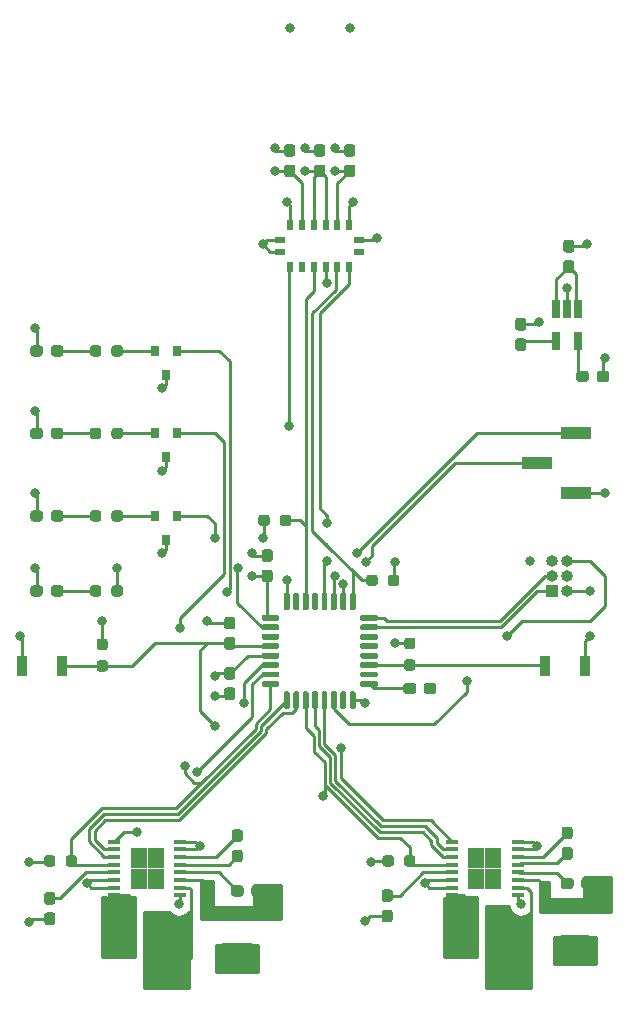
<source format=gbr>
%TF.GenerationSoftware,KiCad,Pcbnew,(5.1.9)-1*%
%TF.CreationDate,2021-05-10T18:00:28-02:30*%
%TF.ProjectId,flamingo,666c616d-696e-4676-9f2e-6b696361645f,rev?*%
%TF.SameCoordinates,Original*%
%TF.FileFunction,Copper,L1,Top*%
%TF.FilePolarity,Positive*%
%FSLAX46Y46*%
G04 Gerber Fmt 4.6, Leading zero omitted, Abs format (unit mm)*
G04 Created by KiCad (PCBNEW (5.1.9)-1) date 2021-05-10 18:00:28*
%MOMM*%
%LPD*%
G01*
G04 APERTURE LIST*
%TA.AperFunction,SMDPad,CuDef*%
%ADD10R,1.470000X0.895000*%
%TD*%
%TA.AperFunction,SMDPad,CuDef*%
%ADD11R,1.050000X0.450000*%
%TD*%
%TA.AperFunction,SMDPad,CuDef*%
%ADD12R,2.510000X1.000000*%
%TD*%
%TA.AperFunction,SMDPad,CuDef*%
%ADD13R,1.000000X2.510000*%
%TD*%
%TA.AperFunction,SMDPad,CuDef*%
%ADD14R,0.800000X0.900000*%
%TD*%
%TA.AperFunction,SMDPad,CuDef*%
%ADD15R,0.650000X1.560000*%
%TD*%
%TA.AperFunction,SMDPad,CuDef*%
%ADD16R,0.863600X0.558800*%
%TD*%
%TA.AperFunction,SMDPad,CuDef*%
%ADD17R,0.558800X0.863600*%
%TD*%
%TA.AperFunction,SMDPad,CuDef*%
%ADD18R,0.900000X1.700000*%
%TD*%
%TA.AperFunction,ComponentPad*%
%ADD19O,1.000000X1.000000*%
%TD*%
%TA.AperFunction,ComponentPad*%
%ADD20R,1.000000X1.000000*%
%TD*%
%TA.AperFunction,ViaPad*%
%ADD21C,0.800000*%
%TD*%
%TA.AperFunction,Conductor*%
%ADD22C,0.250000*%
%TD*%
%TA.AperFunction,Conductor*%
%ADD23C,0.254000*%
%TD*%
%TA.AperFunction,Conductor*%
%ADD24C,0.100000*%
%TD*%
G04 APERTURE END LIST*
%TO.P,R300,2*%
%TO.N,PA2_nFAULT*%
%TA.AperFunction,SMDPad,CuDef*%
G36*
G01*
X106747500Y-139302500D02*
X106747500Y-138827500D01*
G75*
G02*
X106985000Y-138590000I237500J0D01*
G01*
X107485000Y-138590000D01*
G75*
G02*
X107722500Y-138827500I0J-237500D01*
G01*
X107722500Y-139302500D01*
G75*
G02*
X107485000Y-139540000I-237500J0D01*
G01*
X106985000Y-139540000D01*
G75*
G02*
X106747500Y-139302500I0J237500D01*
G01*
G37*
%TD.AperFunction*%
%TO.P,R300,1*%
%TO.N,+3V3*%
%TA.AperFunction,SMDPad,CuDef*%
G36*
G01*
X104922500Y-139302500D02*
X104922500Y-138827500D01*
G75*
G02*
X105160000Y-138590000I237500J0D01*
G01*
X105660000Y-138590000D01*
G75*
G02*
X105897500Y-138827500I0J-237500D01*
G01*
X105897500Y-139302500D01*
G75*
G02*
X105660000Y-139540000I-237500J0D01*
G01*
X105160000Y-139540000D01*
G75*
G02*
X104922500Y-139302500I0J237500D01*
G01*
G37*
%TD.AperFunction*%
%TD*%
%TO.P,R201,2*%
%TO.N,PB7_I2C1_SDA*%
%TA.AperFunction,SMDPad,CuDef*%
G36*
G01*
X124885000Y-110473500D02*
X124885000Y-109998500D01*
G75*
G02*
X125122500Y-109761000I237500J0D01*
G01*
X125622500Y-109761000D01*
G75*
G02*
X125860000Y-109998500I0J-237500D01*
G01*
X125860000Y-110473500D01*
G75*
G02*
X125622500Y-110711000I-237500J0D01*
G01*
X125122500Y-110711000D01*
G75*
G02*
X124885000Y-110473500I0J237500D01*
G01*
G37*
%TD.AperFunction*%
%TO.P,R201,1*%
%TO.N,+3V3*%
%TA.AperFunction,SMDPad,CuDef*%
G36*
G01*
X123060000Y-110473500D02*
X123060000Y-109998500D01*
G75*
G02*
X123297500Y-109761000I237500J0D01*
G01*
X123797500Y-109761000D01*
G75*
G02*
X124035000Y-109998500I0J-237500D01*
G01*
X124035000Y-110473500D01*
G75*
G02*
X123797500Y-110711000I-237500J0D01*
G01*
X123297500Y-110711000D01*
G75*
G02*
X123060000Y-110473500I0J237500D01*
G01*
G37*
%TD.AperFunction*%
%TD*%
%TO.P,R200,2*%
%TO.N,PA15_I2C1_SCL*%
%TA.AperFunction,SMDPad,CuDef*%
G36*
G01*
X133179000Y-115078500D02*
X133179000Y-115553500D01*
G75*
G02*
X132941500Y-115791000I-237500J0D01*
G01*
X132441500Y-115791000D01*
G75*
G02*
X132204000Y-115553500I0J237500D01*
G01*
X132204000Y-115078500D01*
G75*
G02*
X132441500Y-114841000I237500J0D01*
G01*
X132941500Y-114841000D01*
G75*
G02*
X133179000Y-115078500I0J-237500D01*
G01*
G37*
%TD.AperFunction*%
%TO.P,R200,1*%
%TO.N,+3V3*%
%TA.AperFunction,SMDPad,CuDef*%
G36*
G01*
X135004000Y-115078500D02*
X135004000Y-115553500D01*
G75*
G02*
X134766500Y-115791000I-237500J0D01*
G01*
X134266500Y-115791000D01*
G75*
G02*
X134029000Y-115553500I0J237500D01*
G01*
X134029000Y-115078500D01*
G75*
G02*
X134266500Y-114841000I237500J0D01*
G01*
X134766500Y-114841000D01*
G75*
G02*
X135004000Y-115078500I0J-237500D01*
G01*
G37*
%TD.AperFunction*%
%TD*%
D10*
%TO.P,U3,17*%
%TO.N,GND*%
X112930000Y-138357500D03*
X112930000Y-139252500D03*
X112930000Y-140147500D03*
X112930000Y-141042500D03*
X114400000Y-138357500D03*
X114400000Y-139252500D03*
X114400000Y-140147500D03*
X114400000Y-141042500D03*
D11*
%TO.P,U3,16*%
X116440000Y-137425000D03*
%TO.P,U3,15*%
X116440000Y-138075000D03*
%TO.P,U3,14*%
%TO.N,Net-(C303-Pad1)*%
X116440000Y-138725000D03*
%TO.P,U3,13*%
%TO.N,Net-(C303-Pad2)*%
X116440000Y-139375000D03*
%TO.P,U3,12*%
%TO.N,Net-(C302-Pad1)*%
X116440000Y-140025000D03*
%TO.P,U3,11*%
%TO.N,VCC*%
X116440000Y-140675000D03*
%TO.P,U3,10*%
%TO.N,OUT2_MOTOR1*%
X116440000Y-141325000D03*
%TO.P,U3,9*%
%TO.N,GND*%
X116440000Y-141975000D03*
%TO.P,U3,8*%
%TO.N,OUT1_MOTOR1*%
X110890000Y-141975000D03*
%TO.P,U3,7*%
%TO.N,GND*%
X110890000Y-141325000D03*
%TO.P,U3,6*%
X110890000Y-140675000D03*
%TO.P,U3,5*%
%TO.N,VCC*%
X110890000Y-140025000D03*
%TO.P,U3,4*%
%TO.N,PA2_nFAULT*%
X110890000Y-139375000D03*
%TO.P,U3,3*%
%TO.N,PA3_nSLEEP*%
X110890000Y-138725000D03*
%TO.P,U3,2*%
%TO.N,PA4_PHIN2*%
X110890000Y-138075000D03*
%TO.P,U3,1*%
%TO.N,PA1_TIM2CH2*%
X110890000Y-137425000D03*
%TD*%
D10*
%TO.P,U4,17*%
%TO.N,GND*%
X141505000Y-138357500D03*
X141505000Y-139252500D03*
X141505000Y-140147500D03*
X141505000Y-141042500D03*
X142975000Y-138357500D03*
X142975000Y-139252500D03*
X142975000Y-140147500D03*
X142975000Y-141042500D03*
D11*
%TO.P,U4,16*%
X145015000Y-137425000D03*
%TO.P,U4,15*%
X145015000Y-138075000D03*
%TO.P,U4,14*%
%TO.N,Net-(C403-Pad1)*%
X145015000Y-138725000D03*
%TO.P,U4,13*%
%TO.N,Net-(C403-Pad2)*%
X145015000Y-139375000D03*
%TO.P,U4,12*%
%TO.N,Net-(C402-Pad2)*%
X145015000Y-140025000D03*
%TO.P,U4,11*%
%TO.N,VCC*%
X145015000Y-140675000D03*
%TO.P,U4,10*%
%TO.N,OUT2_MOTOR2*%
X145015000Y-141325000D03*
%TO.P,U4,9*%
%TO.N,GND*%
X145015000Y-141975000D03*
%TO.P,U4,8*%
%TO.N,OUT1_MOTOR2*%
X139465000Y-141975000D03*
%TO.P,U4,7*%
%TO.N,GND*%
X139465000Y-141325000D03*
%TO.P,U4,6*%
X139465000Y-140675000D03*
%TO.P,U4,5*%
%TO.N,VCC*%
X139465000Y-140025000D03*
%TO.P,U4,4*%
%TO.N,PA5_nFAULT*%
X139465000Y-139375000D03*
%TO.P,U4,3*%
%TO.N,PA6_nSLEEP*%
X139465000Y-138725000D03*
%TO.P,U4,2*%
%TO.N,PA7_PHIN2*%
X139465000Y-138075000D03*
%TO.P,U4,1*%
%TO.N,PA0_TIM2CH1*%
X139465000Y-137425000D03*
%TD*%
%TO.P,C402,2*%
%TO.N,Net-(C402-Pad2)*%
%TA.AperFunction,SMDPad,CuDef*%
G36*
G01*
X149762500Y-140732500D02*
X149762500Y-141207500D01*
G75*
G02*
X149525000Y-141445000I-237500J0D01*
G01*
X148925000Y-141445000D01*
G75*
G02*
X148687500Y-141207500I0J237500D01*
G01*
X148687500Y-140732500D01*
G75*
G02*
X148925000Y-140495000I237500J0D01*
G01*
X149525000Y-140495000D01*
G75*
G02*
X149762500Y-140732500I0J-237500D01*
G01*
G37*
%TD.AperFunction*%
%TO.P,C402,1*%
%TO.N,VCC*%
%TA.AperFunction,SMDPad,CuDef*%
G36*
G01*
X151487500Y-140732500D02*
X151487500Y-141207500D01*
G75*
G02*
X151250000Y-141445000I-237500J0D01*
G01*
X150650000Y-141445000D01*
G75*
G02*
X150412500Y-141207500I0J237500D01*
G01*
X150412500Y-140732500D01*
G75*
G02*
X150650000Y-140495000I237500J0D01*
G01*
X151250000Y-140495000D01*
G75*
G02*
X151487500Y-140732500I0J-237500D01*
G01*
G37*
%TD.AperFunction*%
%TD*%
D12*
%TO.P,J4,3*%
%TO.N,GND*%
X149995000Y-107950000D03*
%TO.P,J4,1*%
%TO.N,PB4_USART2_RX*%
X149995000Y-102870000D03*
%TO.P,J4,2*%
%TO.N,PB3_USART2_TX*%
X146685000Y-105410000D03*
%TD*%
%TO.P,R5,2*%
%TO.N,RST_SW*%
%TA.AperFunction,SMDPad,CuDef*%
G36*
G01*
X109617500Y-122067500D02*
X110092500Y-122067500D01*
G75*
G02*
X110330000Y-122305000I0J-237500D01*
G01*
X110330000Y-122805000D01*
G75*
G02*
X110092500Y-123042500I-237500J0D01*
G01*
X109617500Y-123042500D01*
G75*
G02*
X109380000Y-122805000I0J237500D01*
G01*
X109380000Y-122305000D01*
G75*
G02*
X109617500Y-122067500I237500J0D01*
G01*
G37*
%TD.AperFunction*%
%TO.P,R5,1*%
%TO.N,+3V3*%
%TA.AperFunction,SMDPad,CuDef*%
G36*
G01*
X109617500Y-120242500D02*
X110092500Y-120242500D01*
G75*
G02*
X110330000Y-120480000I0J-237500D01*
G01*
X110330000Y-120980000D01*
G75*
G02*
X110092500Y-121217500I-237500J0D01*
G01*
X109617500Y-121217500D01*
G75*
G02*
X109380000Y-120980000I0J237500D01*
G01*
X109380000Y-120480000D01*
G75*
G02*
X109617500Y-120242500I237500J0D01*
G01*
G37*
%TD.AperFunction*%
%TD*%
D13*
%TO.P,J3,1*%
%TO.N,OUT1_MOTOR2*%
X140970000Y-145415000D03*
%TO.P,J3,2*%
%TO.N,OUT2_MOTOR2*%
X143510000Y-148725000D03*
%TD*%
%TO.P,J2,1*%
%TO.N,OUT1_MOTOR1*%
X111760000Y-145415000D03*
%TO.P,J2,2*%
%TO.N,OUT2_MOTOR1*%
X114300000Y-148725000D03*
%TD*%
%TO.P,C400,2*%
%TO.N,GND*%
%TA.AperFunction,SMDPad,CuDef*%
G36*
G01*
X148759998Y-145337500D02*
X150960002Y-145337500D01*
G75*
G02*
X151210000Y-145587498I0J-249998D01*
G01*
X151210000Y-146412502D01*
G75*
G02*
X150960002Y-146662500I-249998J0D01*
G01*
X148759998Y-146662500D01*
G75*
G02*
X148510000Y-146412502I0J249998D01*
G01*
X148510000Y-145587498D01*
G75*
G02*
X148759998Y-145337500I249998J0D01*
G01*
G37*
%TD.AperFunction*%
%TO.P,C400,1*%
%TO.N,VCC*%
%TA.AperFunction,SMDPad,CuDef*%
G36*
G01*
X148759998Y-142212500D02*
X150960002Y-142212500D01*
G75*
G02*
X151210000Y-142462498I0J-249998D01*
G01*
X151210000Y-143287502D01*
G75*
G02*
X150960002Y-143537500I-249998J0D01*
G01*
X148759998Y-143537500D01*
G75*
G02*
X148510000Y-143287502I0J249998D01*
G01*
X148510000Y-142462498D01*
G75*
G02*
X148759998Y-142212500I249998J0D01*
G01*
G37*
%TD.AperFunction*%
%TD*%
%TO.P,C300,2*%
%TO.N,GND*%
%TA.AperFunction,SMDPad,CuDef*%
G36*
G01*
X120184998Y-145972500D02*
X122385002Y-145972500D01*
G75*
G02*
X122635000Y-146222498I0J-249998D01*
G01*
X122635000Y-147047502D01*
G75*
G02*
X122385002Y-147297500I-249998J0D01*
G01*
X120184998Y-147297500D01*
G75*
G02*
X119935000Y-147047502I0J249998D01*
G01*
X119935000Y-146222498D01*
G75*
G02*
X120184998Y-145972500I249998J0D01*
G01*
G37*
%TD.AperFunction*%
%TO.P,C300,1*%
%TO.N,VCC*%
%TA.AperFunction,SMDPad,CuDef*%
G36*
G01*
X120184998Y-142847500D02*
X122385002Y-142847500D01*
G75*
G02*
X122635000Y-143097498I0J-249998D01*
G01*
X122635000Y-143922502D01*
G75*
G02*
X122385002Y-144172500I-249998J0D01*
G01*
X120184998Y-144172500D01*
G75*
G02*
X119935000Y-143922502I0J249998D01*
G01*
X119935000Y-143097498D01*
G75*
G02*
X120184998Y-142847500I249998J0D01*
G01*
G37*
%TD.AperFunction*%
%TD*%
%TO.P,C202,2*%
%TO.N,GND*%
%TA.AperFunction,SMDPad,CuDef*%
G36*
G01*
X125967500Y-79457500D02*
X125492500Y-79457500D01*
G75*
G02*
X125255000Y-79220000I0J237500D01*
G01*
X125255000Y-78620000D01*
G75*
G02*
X125492500Y-78382500I237500J0D01*
G01*
X125967500Y-78382500D01*
G75*
G02*
X126205000Y-78620000I0J-237500D01*
G01*
X126205000Y-79220000D01*
G75*
G02*
X125967500Y-79457500I-237500J0D01*
G01*
G37*
%TD.AperFunction*%
%TO.P,C202,1*%
%TO.N,+3V3*%
%TA.AperFunction,SMDPad,CuDef*%
G36*
G01*
X125967500Y-81182500D02*
X125492500Y-81182500D01*
G75*
G02*
X125255000Y-80945000I0J237500D01*
G01*
X125255000Y-80345000D01*
G75*
G02*
X125492500Y-80107500I237500J0D01*
G01*
X125967500Y-80107500D01*
G75*
G02*
X126205000Y-80345000I0J-237500D01*
G01*
X126205000Y-80945000D01*
G75*
G02*
X125967500Y-81182500I-237500J0D01*
G01*
G37*
%TD.AperFunction*%
%TD*%
%TO.P,C201,2*%
%TO.N,GND*%
%TA.AperFunction,SMDPad,CuDef*%
G36*
G01*
X128507500Y-79457500D02*
X128032500Y-79457500D01*
G75*
G02*
X127795000Y-79220000I0J237500D01*
G01*
X127795000Y-78620000D01*
G75*
G02*
X128032500Y-78382500I237500J0D01*
G01*
X128507500Y-78382500D01*
G75*
G02*
X128745000Y-78620000I0J-237500D01*
G01*
X128745000Y-79220000D01*
G75*
G02*
X128507500Y-79457500I-237500J0D01*
G01*
G37*
%TD.AperFunction*%
%TO.P,C201,1*%
%TO.N,+3V3*%
%TA.AperFunction,SMDPad,CuDef*%
G36*
G01*
X128507500Y-81182500D02*
X128032500Y-81182500D01*
G75*
G02*
X127795000Y-80945000I0J237500D01*
G01*
X127795000Y-80345000D01*
G75*
G02*
X128032500Y-80107500I237500J0D01*
G01*
X128507500Y-80107500D01*
G75*
G02*
X128745000Y-80345000I0J-237500D01*
G01*
X128745000Y-80945000D01*
G75*
G02*
X128507500Y-81182500I-237500J0D01*
G01*
G37*
%TD.AperFunction*%
%TD*%
%TO.P,C200,2*%
%TO.N,GND*%
%TA.AperFunction,SMDPad,CuDef*%
G36*
G01*
X131047500Y-79457500D02*
X130572500Y-79457500D01*
G75*
G02*
X130335000Y-79220000I0J237500D01*
G01*
X130335000Y-78620000D01*
G75*
G02*
X130572500Y-78382500I237500J0D01*
G01*
X131047500Y-78382500D01*
G75*
G02*
X131285000Y-78620000I0J-237500D01*
G01*
X131285000Y-79220000D01*
G75*
G02*
X131047500Y-79457500I-237500J0D01*
G01*
G37*
%TD.AperFunction*%
%TO.P,C200,1*%
%TO.N,+3V3*%
%TA.AperFunction,SMDPad,CuDef*%
G36*
G01*
X131047500Y-81182500D02*
X130572500Y-81182500D01*
G75*
G02*
X130335000Y-80945000I0J237500D01*
G01*
X130335000Y-80345000D01*
G75*
G02*
X130572500Y-80107500I237500J0D01*
G01*
X131047500Y-80107500D01*
G75*
G02*
X131285000Y-80345000I0J-237500D01*
G01*
X131285000Y-80945000D01*
G75*
G02*
X131047500Y-81182500I-237500J0D01*
G01*
G37*
%TD.AperFunction*%
%TD*%
%TO.P,C103,2*%
%TO.N,GND*%
%TA.AperFunction,SMDPad,CuDef*%
G36*
G01*
X137077500Y-124697500D02*
X137077500Y-124222500D01*
G75*
G02*
X137315000Y-123985000I237500J0D01*
G01*
X137915000Y-123985000D01*
G75*
G02*
X138152500Y-124222500I0J-237500D01*
G01*
X138152500Y-124697500D01*
G75*
G02*
X137915000Y-124935000I-237500J0D01*
G01*
X137315000Y-124935000D01*
G75*
G02*
X137077500Y-124697500I0J237500D01*
G01*
G37*
%TD.AperFunction*%
%TO.P,C103,1*%
%TO.N,+3V3*%
%TA.AperFunction,SMDPad,CuDef*%
G36*
G01*
X135352500Y-124697500D02*
X135352500Y-124222500D01*
G75*
G02*
X135590000Y-123985000I237500J0D01*
G01*
X136190000Y-123985000D01*
G75*
G02*
X136427500Y-124222500I0J-237500D01*
G01*
X136427500Y-124697500D01*
G75*
G02*
X136190000Y-124935000I-237500J0D01*
G01*
X135590000Y-124935000D01*
G75*
G02*
X135352500Y-124697500I0J237500D01*
G01*
G37*
%TD.AperFunction*%
%TD*%
%TO.P,C102,2*%
%TO.N,GND*%
%TA.AperFunction,SMDPad,CuDef*%
G36*
G01*
X124062500Y-113747500D02*
X123587500Y-113747500D01*
G75*
G02*
X123350000Y-113510000I0J237500D01*
G01*
X123350000Y-112910000D01*
G75*
G02*
X123587500Y-112672500I237500J0D01*
G01*
X124062500Y-112672500D01*
G75*
G02*
X124300000Y-112910000I0J-237500D01*
G01*
X124300000Y-113510000D01*
G75*
G02*
X124062500Y-113747500I-237500J0D01*
G01*
G37*
%TD.AperFunction*%
%TO.P,C102,1*%
%TO.N,+3V3*%
%TA.AperFunction,SMDPad,CuDef*%
G36*
G01*
X124062500Y-115472500D02*
X123587500Y-115472500D01*
G75*
G02*
X123350000Y-115235000I0J237500D01*
G01*
X123350000Y-114635000D01*
G75*
G02*
X123587500Y-114397500I237500J0D01*
G01*
X124062500Y-114397500D01*
G75*
G02*
X124300000Y-114635000I0J-237500D01*
G01*
X124300000Y-115235000D01*
G75*
G02*
X124062500Y-115472500I-237500J0D01*
G01*
G37*
%TD.AperFunction*%
%TD*%
%TO.P,C101,2*%
%TO.N,GND*%
%TA.AperFunction,SMDPad,CuDef*%
G36*
G01*
X120412500Y-124377500D02*
X120887500Y-124377500D01*
G75*
G02*
X121125000Y-124615000I0J-237500D01*
G01*
X121125000Y-125215000D01*
G75*
G02*
X120887500Y-125452500I-237500J0D01*
G01*
X120412500Y-125452500D01*
G75*
G02*
X120175000Y-125215000I0J237500D01*
G01*
X120175000Y-124615000D01*
G75*
G02*
X120412500Y-124377500I237500J0D01*
G01*
G37*
%TD.AperFunction*%
%TO.P,C101,1*%
%TO.N,+3V3*%
%TA.AperFunction,SMDPad,CuDef*%
G36*
G01*
X120412500Y-122652500D02*
X120887500Y-122652500D01*
G75*
G02*
X121125000Y-122890000I0J-237500D01*
G01*
X121125000Y-123490000D01*
G75*
G02*
X120887500Y-123727500I-237500J0D01*
G01*
X120412500Y-123727500D01*
G75*
G02*
X120175000Y-123490000I0J237500D01*
G01*
X120175000Y-122890000D01*
G75*
G02*
X120412500Y-122652500I237500J0D01*
G01*
G37*
%TD.AperFunction*%
%TD*%
%TO.P,U1,32*%
%TO.N,GND*%
%TA.AperFunction,SMDPad,CuDef*%
G36*
G01*
X125220000Y-117735000D02*
X125220000Y-116485000D01*
G75*
G02*
X125345000Y-116360000I125000J0D01*
G01*
X125595000Y-116360000D01*
G75*
G02*
X125720000Y-116485000I0J-125000D01*
G01*
X125720000Y-117735000D01*
G75*
G02*
X125595000Y-117860000I-125000J0D01*
G01*
X125345000Y-117860000D01*
G75*
G02*
X125220000Y-117735000I0J125000D01*
G01*
G37*
%TD.AperFunction*%
%TO.P,U1,31*%
%TO.N,Net-(U1-Pad31)*%
%TA.AperFunction,SMDPad,CuDef*%
G36*
G01*
X126020000Y-117735000D02*
X126020000Y-116485000D01*
G75*
G02*
X126145000Y-116360000I125000J0D01*
G01*
X126395000Y-116360000D01*
G75*
G02*
X126520000Y-116485000I0J-125000D01*
G01*
X126520000Y-117735000D01*
G75*
G02*
X126395000Y-117860000I-125000J0D01*
G01*
X126145000Y-117860000D01*
G75*
G02*
X126020000Y-117735000I0J125000D01*
G01*
G37*
%TD.AperFunction*%
%TO.P,U1,30*%
%TO.N,PB7_I2C1_SDA*%
%TA.AperFunction,SMDPad,CuDef*%
G36*
G01*
X126820000Y-117735000D02*
X126820000Y-116485000D01*
G75*
G02*
X126945000Y-116360000I125000J0D01*
G01*
X127195000Y-116360000D01*
G75*
G02*
X127320000Y-116485000I0J-125000D01*
G01*
X127320000Y-117735000D01*
G75*
G02*
X127195000Y-117860000I-125000J0D01*
G01*
X126945000Y-117860000D01*
G75*
G02*
X126820000Y-117735000I0J125000D01*
G01*
G37*
%TD.AperFunction*%
%TO.P,U1,29*%
%TO.N,Net-(U1-Pad29)*%
%TA.AperFunction,SMDPad,CuDef*%
G36*
G01*
X127620000Y-117735000D02*
X127620000Y-116485000D01*
G75*
G02*
X127745000Y-116360000I125000J0D01*
G01*
X127995000Y-116360000D01*
G75*
G02*
X128120000Y-116485000I0J-125000D01*
G01*
X128120000Y-117735000D01*
G75*
G02*
X127995000Y-117860000I-125000J0D01*
G01*
X127745000Y-117860000D01*
G75*
G02*
X127620000Y-117735000I0J125000D01*
G01*
G37*
%TD.AperFunction*%
%TO.P,U1,28*%
%TO.N,PB2_CS*%
%TA.AperFunction,SMDPad,CuDef*%
G36*
G01*
X128420000Y-117735000D02*
X128420000Y-116485000D01*
G75*
G02*
X128545000Y-116360000I125000J0D01*
G01*
X128795000Y-116360000D01*
G75*
G02*
X128920000Y-116485000I0J-125000D01*
G01*
X128920000Y-117735000D01*
G75*
G02*
X128795000Y-117860000I-125000J0D01*
G01*
X128545000Y-117860000D01*
G75*
G02*
X128420000Y-117735000I0J125000D01*
G01*
G37*
%TD.AperFunction*%
%TO.P,U1,27*%
%TO.N,PB4_USART2_RX*%
%TA.AperFunction,SMDPad,CuDef*%
G36*
G01*
X129220000Y-117735000D02*
X129220000Y-116485000D01*
G75*
G02*
X129345000Y-116360000I125000J0D01*
G01*
X129595000Y-116360000D01*
G75*
G02*
X129720000Y-116485000I0J-125000D01*
G01*
X129720000Y-117735000D01*
G75*
G02*
X129595000Y-117860000I-125000J0D01*
G01*
X129345000Y-117860000D01*
G75*
G02*
X129220000Y-117735000I0J125000D01*
G01*
G37*
%TD.AperFunction*%
%TO.P,U1,26*%
%TO.N,PB3_USART2_TX*%
%TA.AperFunction,SMDPad,CuDef*%
G36*
G01*
X130020000Y-117735000D02*
X130020000Y-116485000D01*
G75*
G02*
X130145000Y-116360000I125000J0D01*
G01*
X130395000Y-116360000D01*
G75*
G02*
X130520000Y-116485000I0J-125000D01*
G01*
X130520000Y-117735000D01*
G75*
G02*
X130395000Y-117860000I-125000J0D01*
G01*
X130145000Y-117860000D01*
G75*
G02*
X130020000Y-117735000I0J125000D01*
G01*
G37*
%TD.AperFunction*%
%TO.P,U1,25*%
%TO.N,PA15_I2C1_SCL*%
%TA.AperFunction,SMDPad,CuDef*%
G36*
G01*
X130820000Y-117735000D02*
X130820000Y-116485000D01*
G75*
G02*
X130945000Y-116360000I125000J0D01*
G01*
X131195000Y-116360000D01*
G75*
G02*
X131320000Y-116485000I0J-125000D01*
G01*
X131320000Y-117735000D01*
G75*
G02*
X131195000Y-117860000I-125000J0D01*
G01*
X130945000Y-117860000D01*
G75*
G02*
X130820000Y-117735000I0J125000D01*
G01*
G37*
%TD.AperFunction*%
%TO.P,U1,24*%
%TO.N,PA14_SWCLK*%
%TA.AperFunction,SMDPad,CuDef*%
G36*
G01*
X131695000Y-118610000D02*
X131695000Y-118360000D01*
G75*
G02*
X131820000Y-118235000I125000J0D01*
G01*
X133070000Y-118235000D01*
G75*
G02*
X133195000Y-118360000I0J-125000D01*
G01*
X133195000Y-118610000D01*
G75*
G02*
X133070000Y-118735000I-125000J0D01*
G01*
X131820000Y-118735000D01*
G75*
G02*
X131695000Y-118610000I0J125000D01*
G01*
G37*
%TD.AperFunction*%
%TO.P,U1,23*%
%TO.N,PA13_SWDAT*%
%TA.AperFunction,SMDPad,CuDef*%
G36*
G01*
X131695000Y-119410000D02*
X131695000Y-119160000D01*
G75*
G02*
X131820000Y-119035000I125000J0D01*
G01*
X133070000Y-119035000D01*
G75*
G02*
X133195000Y-119160000I0J-125000D01*
G01*
X133195000Y-119410000D01*
G75*
G02*
X133070000Y-119535000I-125000J0D01*
G01*
X131820000Y-119535000D01*
G75*
G02*
X131695000Y-119410000I0J125000D01*
G01*
G37*
%TD.AperFunction*%
%TO.P,U1,22*%
%TO.N,Net-(U1-Pad22)*%
%TA.AperFunction,SMDPad,CuDef*%
G36*
G01*
X131695000Y-120210000D02*
X131695000Y-119960000D01*
G75*
G02*
X131820000Y-119835000I125000J0D01*
G01*
X133070000Y-119835000D01*
G75*
G02*
X133195000Y-119960000I0J-125000D01*
G01*
X133195000Y-120210000D01*
G75*
G02*
X133070000Y-120335000I-125000J0D01*
G01*
X131820000Y-120335000D01*
G75*
G02*
X131695000Y-120210000I0J125000D01*
G01*
G37*
%TD.AperFunction*%
%TO.P,U1,21*%
%TO.N,Net-(U1-Pad21)*%
%TA.AperFunction,SMDPad,CuDef*%
G36*
G01*
X131695000Y-121010000D02*
X131695000Y-120760000D01*
G75*
G02*
X131820000Y-120635000I125000J0D01*
G01*
X133070000Y-120635000D01*
G75*
G02*
X133195000Y-120760000I0J-125000D01*
G01*
X133195000Y-121010000D01*
G75*
G02*
X133070000Y-121135000I-125000J0D01*
G01*
X131820000Y-121135000D01*
G75*
G02*
X131695000Y-121010000I0J125000D01*
G01*
G37*
%TD.AperFunction*%
%TO.P,U1,20*%
%TO.N,Net-(U1-Pad20)*%
%TA.AperFunction,SMDPad,CuDef*%
G36*
G01*
X131695000Y-121810000D02*
X131695000Y-121560000D01*
G75*
G02*
X131820000Y-121435000I125000J0D01*
G01*
X133070000Y-121435000D01*
G75*
G02*
X133195000Y-121560000I0J-125000D01*
G01*
X133195000Y-121810000D01*
G75*
G02*
X133070000Y-121935000I-125000J0D01*
G01*
X131820000Y-121935000D01*
G75*
G02*
X131695000Y-121810000I0J125000D01*
G01*
G37*
%TD.AperFunction*%
%TO.P,U1,19*%
%TO.N,PB4_SW*%
%TA.AperFunction,SMDPad,CuDef*%
G36*
G01*
X131695000Y-122610000D02*
X131695000Y-122360000D01*
G75*
G02*
X131820000Y-122235000I125000J0D01*
G01*
X133070000Y-122235000D01*
G75*
G02*
X133195000Y-122360000I0J-125000D01*
G01*
X133195000Y-122610000D01*
G75*
G02*
X133070000Y-122735000I-125000J0D01*
G01*
X131820000Y-122735000D01*
G75*
G02*
X131695000Y-122610000I0J125000D01*
G01*
G37*
%TD.AperFunction*%
%TO.P,U1,18*%
%TO.N,PA8_MCO*%
%TA.AperFunction,SMDPad,CuDef*%
G36*
G01*
X131695000Y-123410000D02*
X131695000Y-123160000D01*
G75*
G02*
X131820000Y-123035000I125000J0D01*
G01*
X133070000Y-123035000D01*
G75*
G02*
X133195000Y-123160000I0J-125000D01*
G01*
X133195000Y-123410000D01*
G75*
G02*
X133070000Y-123535000I-125000J0D01*
G01*
X131820000Y-123535000D01*
G75*
G02*
X131695000Y-123410000I0J125000D01*
G01*
G37*
%TD.AperFunction*%
%TO.P,U1,17*%
%TO.N,+3V3*%
%TA.AperFunction,SMDPad,CuDef*%
G36*
G01*
X131695000Y-124210000D02*
X131695000Y-123960000D01*
G75*
G02*
X131820000Y-123835000I125000J0D01*
G01*
X133070000Y-123835000D01*
G75*
G02*
X133195000Y-123960000I0J-125000D01*
G01*
X133195000Y-124210000D01*
G75*
G02*
X133070000Y-124335000I-125000J0D01*
G01*
X131820000Y-124335000D01*
G75*
G02*
X131695000Y-124210000I0J125000D01*
G01*
G37*
%TD.AperFunction*%
%TO.P,U1,16*%
%TO.N,GND*%
%TA.AperFunction,SMDPad,CuDef*%
G36*
G01*
X130820000Y-126085000D02*
X130820000Y-124835000D01*
G75*
G02*
X130945000Y-124710000I125000J0D01*
G01*
X131195000Y-124710000D01*
G75*
G02*
X131320000Y-124835000I0J-125000D01*
G01*
X131320000Y-126085000D01*
G75*
G02*
X131195000Y-126210000I-125000J0D01*
G01*
X130945000Y-126210000D01*
G75*
G02*
X130820000Y-126085000I0J125000D01*
G01*
G37*
%TD.AperFunction*%
%TO.P,U1,15*%
%TO.N,Net-(U1-Pad15)*%
%TA.AperFunction,SMDPad,CuDef*%
G36*
G01*
X130020000Y-126085000D02*
X130020000Y-124835000D01*
G75*
G02*
X130145000Y-124710000I125000J0D01*
G01*
X130395000Y-124710000D01*
G75*
G02*
X130520000Y-124835000I0J-125000D01*
G01*
X130520000Y-126085000D01*
G75*
G02*
X130395000Y-126210000I-125000J0D01*
G01*
X130145000Y-126210000D01*
G75*
G02*
X130020000Y-126085000I0J125000D01*
G01*
G37*
%TD.AperFunction*%
%TO.P,U1,14*%
%TO.N,PB0_RDY_INT*%
%TA.AperFunction,SMDPad,CuDef*%
G36*
G01*
X129220000Y-126085000D02*
X129220000Y-124835000D01*
G75*
G02*
X129345000Y-124710000I125000J0D01*
G01*
X129595000Y-124710000D01*
G75*
G02*
X129720000Y-124835000I0J-125000D01*
G01*
X129720000Y-126085000D01*
G75*
G02*
X129595000Y-126210000I-125000J0D01*
G01*
X129345000Y-126210000D01*
G75*
G02*
X129220000Y-126085000I0J125000D01*
G01*
G37*
%TD.AperFunction*%
%TO.P,U1,13*%
%TO.N,PA7_PHIN2*%
%TA.AperFunction,SMDPad,CuDef*%
G36*
G01*
X128420000Y-126085000D02*
X128420000Y-124835000D01*
G75*
G02*
X128545000Y-124710000I125000J0D01*
G01*
X128795000Y-124710000D01*
G75*
G02*
X128920000Y-124835000I0J-125000D01*
G01*
X128920000Y-126085000D01*
G75*
G02*
X128795000Y-126210000I-125000J0D01*
G01*
X128545000Y-126210000D01*
G75*
G02*
X128420000Y-126085000I0J125000D01*
G01*
G37*
%TD.AperFunction*%
%TO.P,U1,12*%
%TO.N,PA6_nSLEEP*%
%TA.AperFunction,SMDPad,CuDef*%
G36*
G01*
X127620000Y-126085000D02*
X127620000Y-124835000D01*
G75*
G02*
X127745000Y-124710000I125000J0D01*
G01*
X127995000Y-124710000D01*
G75*
G02*
X128120000Y-124835000I0J-125000D01*
G01*
X128120000Y-126085000D01*
G75*
G02*
X127995000Y-126210000I-125000J0D01*
G01*
X127745000Y-126210000D01*
G75*
G02*
X127620000Y-126085000I0J125000D01*
G01*
G37*
%TD.AperFunction*%
%TO.P,U1,11*%
%TO.N,PA5_nFAULT*%
%TA.AperFunction,SMDPad,CuDef*%
G36*
G01*
X126820000Y-126085000D02*
X126820000Y-124835000D01*
G75*
G02*
X126945000Y-124710000I125000J0D01*
G01*
X127195000Y-124710000D01*
G75*
G02*
X127320000Y-124835000I0J-125000D01*
G01*
X127320000Y-126085000D01*
G75*
G02*
X127195000Y-126210000I-125000J0D01*
G01*
X126945000Y-126210000D01*
G75*
G02*
X126820000Y-126085000I0J125000D01*
G01*
G37*
%TD.AperFunction*%
%TO.P,U1,10*%
%TO.N,PA4_PHIN2*%
%TA.AperFunction,SMDPad,CuDef*%
G36*
G01*
X126020000Y-126085000D02*
X126020000Y-124835000D01*
G75*
G02*
X126145000Y-124710000I125000J0D01*
G01*
X126395000Y-124710000D01*
G75*
G02*
X126520000Y-124835000I0J-125000D01*
G01*
X126520000Y-126085000D01*
G75*
G02*
X126395000Y-126210000I-125000J0D01*
G01*
X126145000Y-126210000D01*
G75*
G02*
X126020000Y-126085000I0J125000D01*
G01*
G37*
%TD.AperFunction*%
%TO.P,U1,9*%
%TO.N,PA3_nSLEEP*%
%TA.AperFunction,SMDPad,CuDef*%
G36*
G01*
X125220000Y-126085000D02*
X125220000Y-124835000D01*
G75*
G02*
X125345000Y-124710000I125000J0D01*
G01*
X125595000Y-124710000D01*
G75*
G02*
X125720000Y-124835000I0J-125000D01*
G01*
X125720000Y-126085000D01*
G75*
G02*
X125595000Y-126210000I-125000J0D01*
G01*
X125345000Y-126210000D01*
G75*
G02*
X125220000Y-126085000I0J125000D01*
G01*
G37*
%TD.AperFunction*%
%TO.P,U1,8*%
%TO.N,PA2_nFAULT*%
%TA.AperFunction,SMDPad,CuDef*%
G36*
G01*
X123345000Y-124210000D02*
X123345000Y-123960000D01*
G75*
G02*
X123470000Y-123835000I125000J0D01*
G01*
X124720000Y-123835000D01*
G75*
G02*
X124845000Y-123960000I0J-125000D01*
G01*
X124845000Y-124210000D01*
G75*
G02*
X124720000Y-124335000I-125000J0D01*
G01*
X123470000Y-124335000D01*
G75*
G02*
X123345000Y-124210000I0J125000D01*
G01*
G37*
%TD.AperFunction*%
%TO.P,U1,7*%
%TO.N,PA1_TIM2CH2*%
%TA.AperFunction,SMDPad,CuDef*%
G36*
G01*
X123345000Y-123410000D02*
X123345000Y-123160000D01*
G75*
G02*
X123470000Y-123035000I125000J0D01*
G01*
X124720000Y-123035000D01*
G75*
G02*
X124845000Y-123160000I0J-125000D01*
G01*
X124845000Y-123410000D01*
G75*
G02*
X124720000Y-123535000I-125000J0D01*
G01*
X123470000Y-123535000D01*
G75*
G02*
X123345000Y-123410000I0J125000D01*
G01*
G37*
%TD.AperFunction*%
%TO.P,U1,6*%
%TO.N,PA0_TIM2CH1*%
%TA.AperFunction,SMDPad,CuDef*%
G36*
G01*
X123345000Y-122610000D02*
X123345000Y-122360000D01*
G75*
G02*
X123470000Y-122235000I125000J0D01*
G01*
X124720000Y-122235000D01*
G75*
G02*
X124845000Y-122360000I0J-125000D01*
G01*
X124845000Y-122610000D01*
G75*
G02*
X124720000Y-122735000I-125000J0D01*
G01*
X123470000Y-122735000D01*
G75*
G02*
X123345000Y-122610000I0J125000D01*
G01*
G37*
%TD.AperFunction*%
%TO.P,U1,5*%
%TO.N,+3V3*%
%TA.AperFunction,SMDPad,CuDef*%
G36*
G01*
X123345000Y-121810000D02*
X123345000Y-121560000D01*
G75*
G02*
X123470000Y-121435000I125000J0D01*
G01*
X124720000Y-121435000D01*
G75*
G02*
X124845000Y-121560000I0J-125000D01*
G01*
X124845000Y-121810000D01*
G75*
G02*
X124720000Y-121935000I-125000J0D01*
G01*
X123470000Y-121935000D01*
G75*
G02*
X123345000Y-121810000I0J125000D01*
G01*
G37*
%TD.AperFunction*%
%TO.P,U1,4*%
%TO.N,RST_SW*%
%TA.AperFunction,SMDPad,CuDef*%
G36*
G01*
X123345000Y-121010000D02*
X123345000Y-120760000D01*
G75*
G02*
X123470000Y-120635000I125000J0D01*
G01*
X124720000Y-120635000D01*
G75*
G02*
X124845000Y-120760000I0J-125000D01*
G01*
X124845000Y-121010000D01*
G75*
G02*
X124720000Y-121135000I-125000J0D01*
G01*
X123470000Y-121135000D01*
G75*
G02*
X123345000Y-121010000I0J125000D01*
G01*
G37*
%TD.AperFunction*%
%TO.P,U1,3*%
%TO.N,Net-(U1-Pad3)*%
%TA.AperFunction,SMDPad,CuDef*%
G36*
G01*
X123345000Y-120210000D02*
X123345000Y-119960000D01*
G75*
G02*
X123470000Y-119835000I125000J0D01*
G01*
X124720000Y-119835000D01*
G75*
G02*
X124845000Y-119960000I0J-125000D01*
G01*
X124845000Y-120210000D01*
G75*
G02*
X124720000Y-120335000I-125000J0D01*
G01*
X123470000Y-120335000D01*
G75*
G02*
X123345000Y-120210000I0J125000D01*
G01*
G37*
%TD.AperFunction*%
%TO.P,U1,2*%
%TO.N,PF0_STATUSLED*%
%TA.AperFunction,SMDPad,CuDef*%
G36*
G01*
X123345000Y-119410000D02*
X123345000Y-119160000D01*
G75*
G02*
X123470000Y-119035000I125000J0D01*
G01*
X124720000Y-119035000D01*
G75*
G02*
X124845000Y-119160000I0J-125000D01*
G01*
X124845000Y-119410000D01*
G75*
G02*
X124720000Y-119535000I-125000J0D01*
G01*
X123470000Y-119535000D01*
G75*
G02*
X123345000Y-119410000I0J125000D01*
G01*
G37*
%TD.AperFunction*%
%TO.P,U1,1*%
%TO.N,+3V3*%
%TA.AperFunction,SMDPad,CuDef*%
G36*
G01*
X123345000Y-118610000D02*
X123345000Y-118360000D01*
G75*
G02*
X123470000Y-118235000I125000J0D01*
G01*
X124720000Y-118235000D01*
G75*
G02*
X124845000Y-118360000I0J-125000D01*
G01*
X124845000Y-118610000D01*
G75*
G02*
X124720000Y-118735000I-125000J0D01*
G01*
X123470000Y-118735000D01*
G75*
G02*
X123345000Y-118610000I0J125000D01*
G01*
G37*
%TD.AperFunction*%
%TD*%
D14*
%TO.P,Q2,3*%
%TO.N,+3V3*%
X115250000Y-111855000D03*
%TO.P,Q2,2*%
%TO.N,Net-(Q2-Pad2)*%
X114300000Y-109855000D03*
%TO.P,Q2,1*%
%TO.N,PF0_STATUSLED*%
X116200000Y-109855000D03*
%TD*%
D15*
%TO.P,U5,5*%
%TO.N,+3V3*%
X150175000Y-95076000D03*
%TO.P,U5,4*%
%TO.N,Net-(C502-Pad1)*%
X148275000Y-95076000D03*
%TO.P,U5,3*%
%TO.N,VCC*%
X148275000Y-92376000D03*
%TO.P,U5,2*%
%TO.N,GND*%
X149225000Y-92376000D03*
%TO.P,U5,1*%
%TO.N,VCC*%
X150175000Y-92376000D03*
%TD*%
D16*
%TO.P,U2,16*%
%TO.N,GND*%
X124929900Y-87494999D03*
%TO.P,U2,15*%
X124929900Y-86495001D03*
D17*
%TO.P,U2,14*%
X125770000Y-85204300D03*
%TO.P,U2,13*%
%TO.N,+3V3*%
X126770000Y-85204300D03*
%TO.P,U2,12*%
X127770001Y-85204300D03*
%TO.P,U2,11*%
X128769999Y-85204300D03*
%TO.P,U2,10*%
X129770000Y-85204300D03*
%TO.P,U2,9*%
%TO.N,GND*%
X130770000Y-85204300D03*
D16*
%TO.P,U2,8*%
X131610100Y-86495001D03*
%TO.P,U2,7*%
%TO.N,Net-(U2-Pad7)*%
X131610100Y-87494999D03*
D17*
%TO.P,U2,6*%
%TO.N,PB2_CS*%
X130770000Y-88785700D03*
%TO.P,U2,5*%
%TO.N,PA15_I2C1_SCL*%
X129770000Y-88785700D03*
%TO.P,U2,4*%
%TO.N,+3V3*%
X128769999Y-88785700D03*
%TO.P,U2,3*%
%TO.N,PB7_I2C1_SDA*%
X127770001Y-88785700D03*
%TO.P,U2,2*%
%TO.N,Net-(U2-Pad2)*%
X126770000Y-88785700D03*
%TO.P,U2,1*%
%TO.N,PB0_RDY_INT*%
X125770000Y-88785700D03*
%TD*%
D18*
%TO.P,SW1,2*%
%TO.N,GND*%
X150720000Y-122555000D03*
%TO.P,SW1,1*%
%TO.N,PB4_SW*%
X147320000Y-122555000D03*
%TD*%
%TO.P,SW0,2*%
%TO.N,GND*%
X103075000Y-122555000D03*
%TO.P,SW0,1*%
%TO.N,RST_SW*%
X106475000Y-122555000D03*
%TD*%
%TO.P,R400,2*%
%TO.N,PA5_nFAULT*%
%TA.AperFunction,SMDPad,CuDef*%
G36*
G01*
X135402500Y-139302500D02*
X135402500Y-138827500D01*
G75*
G02*
X135640000Y-138590000I237500J0D01*
G01*
X136140000Y-138590000D01*
G75*
G02*
X136377500Y-138827500I0J-237500D01*
G01*
X136377500Y-139302500D01*
G75*
G02*
X136140000Y-139540000I-237500J0D01*
G01*
X135640000Y-139540000D01*
G75*
G02*
X135402500Y-139302500I0J237500D01*
G01*
G37*
%TD.AperFunction*%
%TO.P,R400,1*%
%TO.N,+3V3*%
%TA.AperFunction,SMDPad,CuDef*%
G36*
G01*
X133577500Y-139302500D02*
X133577500Y-138827500D01*
G75*
G02*
X133815000Y-138590000I237500J0D01*
G01*
X134315000Y-138590000D01*
G75*
G02*
X134552500Y-138827500I0J-237500D01*
G01*
X134552500Y-139302500D01*
G75*
G02*
X134315000Y-139540000I-237500J0D01*
G01*
X133815000Y-139540000D01*
G75*
G02*
X133577500Y-139302500I0J237500D01*
G01*
G37*
%TD.AperFunction*%
%TD*%
%TO.P,R4,2*%
%TO.N,PB4_SW*%
%TA.AperFunction,SMDPad,CuDef*%
G36*
G01*
X135652500Y-121987500D02*
X136127500Y-121987500D01*
G75*
G02*
X136365000Y-122225000I0J-237500D01*
G01*
X136365000Y-122725000D01*
G75*
G02*
X136127500Y-122962500I-237500J0D01*
G01*
X135652500Y-122962500D01*
G75*
G02*
X135415000Y-122725000I0J237500D01*
G01*
X135415000Y-122225000D01*
G75*
G02*
X135652500Y-121987500I237500J0D01*
G01*
G37*
%TD.AperFunction*%
%TO.P,R4,1*%
%TO.N,+3V3*%
%TA.AperFunction,SMDPad,CuDef*%
G36*
G01*
X135652500Y-120162500D02*
X136127500Y-120162500D01*
G75*
G02*
X136365000Y-120400000I0J-237500D01*
G01*
X136365000Y-120900000D01*
G75*
G02*
X136127500Y-121137500I-237500J0D01*
G01*
X135652500Y-121137500D01*
G75*
G02*
X135415000Y-120900000I0J237500D01*
G01*
X135415000Y-120400000D01*
G75*
G02*
X135652500Y-120162500I237500J0D01*
G01*
G37*
%TD.AperFunction*%
%TD*%
%TO.P,R3,2*%
%TO.N,Net-(D3-Pad2)*%
%TA.AperFunction,SMDPad,CuDef*%
G36*
G01*
X109787500Y-109617500D02*
X109787500Y-110092500D01*
G75*
G02*
X109550000Y-110330000I-237500J0D01*
G01*
X109050000Y-110330000D01*
G75*
G02*
X108812500Y-110092500I0J237500D01*
G01*
X108812500Y-109617500D01*
G75*
G02*
X109050000Y-109380000I237500J0D01*
G01*
X109550000Y-109380000D01*
G75*
G02*
X109787500Y-109617500I0J-237500D01*
G01*
G37*
%TD.AperFunction*%
%TO.P,R3,1*%
%TO.N,Net-(Q2-Pad2)*%
%TA.AperFunction,SMDPad,CuDef*%
G36*
G01*
X111612500Y-109617500D02*
X111612500Y-110092500D01*
G75*
G02*
X111375000Y-110330000I-237500J0D01*
G01*
X110875000Y-110330000D01*
G75*
G02*
X110637500Y-110092500I0J237500D01*
G01*
X110637500Y-109617500D01*
G75*
G02*
X110875000Y-109380000I237500J0D01*
G01*
X111375000Y-109380000D01*
G75*
G02*
X111612500Y-109617500I0J-237500D01*
G01*
G37*
%TD.AperFunction*%
%TD*%
%TO.P,R2,2*%
%TO.N,Net-(D2-Pad2)*%
%TA.AperFunction,SMDPad,CuDef*%
G36*
G01*
X109787500Y-115967500D02*
X109787500Y-116442500D01*
G75*
G02*
X109550000Y-116680000I-237500J0D01*
G01*
X109050000Y-116680000D01*
G75*
G02*
X108812500Y-116442500I0J237500D01*
G01*
X108812500Y-115967500D01*
G75*
G02*
X109050000Y-115730000I237500J0D01*
G01*
X109550000Y-115730000D01*
G75*
G02*
X109787500Y-115967500I0J-237500D01*
G01*
G37*
%TD.AperFunction*%
%TO.P,R2,1*%
%TO.N,+3V3*%
%TA.AperFunction,SMDPad,CuDef*%
G36*
G01*
X111612500Y-115967500D02*
X111612500Y-116442500D01*
G75*
G02*
X111375000Y-116680000I-237500J0D01*
G01*
X110875000Y-116680000D01*
G75*
G02*
X110637500Y-116442500I0J237500D01*
G01*
X110637500Y-115967500D01*
G75*
G02*
X110875000Y-115730000I237500J0D01*
G01*
X111375000Y-115730000D01*
G75*
G02*
X111612500Y-115967500I0J-237500D01*
G01*
G37*
%TD.AperFunction*%
%TD*%
%TO.P,R1,2*%
%TO.N,Net-(D1-Pad2)*%
%TA.AperFunction,SMDPad,CuDef*%
G36*
G01*
X109787500Y-95647500D02*
X109787500Y-96122500D01*
G75*
G02*
X109550000Y-96360000I-237500J0D01*
G01*
X109050000Y-96360000D01*
G75*
G02*
X108812500Y-96122500I0J237500D01*
G01*
X108812500Y-95647500D01*
G75*
G02*
X109050000Y-95410000I237500J0D01*
G01*
X109550000Y-95410000D01*
G75*
G02*
X109787500Y-95647500I0J-237500D01*
G01*
G37*
%TD.AperFunction*%
%TO.P,R1,1*%
%TO.N,Net-(Q1-Pad2)*%
%TA.AperFunction,SMDPad,CuDef*%
G36*
G01*
X111612500Y-95647500D02*
X111612500Y-96122500D01*
G75*
G02*
X111375000Y-96360000I-237500J0D01*
G01*
X110875000Y-96360000D01*
G75*
G02*
X110637500Y-96122500I0J237500D01*
G01*
X110637500Y-95647500D01*
G75*
G02*
X110875000Y-95410000I237500J0D01*
G01*
X111375000Y-95410000D01*
G75*
G02*
X111612500Y-95647500I0J-237500D01*
G01*
G37*
%TD.AperFunction*%
%TD*%
%TO.P,R0,2*%
%TO.N,Net-(D0-Pad2)*%
%TA.AperFunction,SMDPad,CuDef*%
G36*
G01*
X109787500Y-102632500D02*
X109787500Y-103107500D01*
G75*
G02*
X109550000Y-103345000I-237500J0D01*
G01*
X109050000Y-103345000D01*
G75*
G02*
X108812500Y-103107500I0J237500D01*
G01*
X108812500Y-102632500D01*
G75*
G02*
X109050000Y-102395000I237500J0D01*
G01*
X109550000Y-102395000D01*
G75*
G02*
X109787500Y-102632500I0J-237500D01*
G01*
G37*
%TD.AperFunction*%
%TO.P,R0,1*%
%TO.N,Net-(Q0-Pad2)*%
%TA.AperFunction,SMDPad,CuDef*%
G36*
G01*
X111612500Y-102632500D02*
X111612500Y-103107500D01*
G75*
G02*
X111375000Y-103345000I-237500J0D01*
G01*
X110875000Y-103345000D01*
G75*
G02*
X110637500Y-103107500I0J237500D01*
G01*
X110637500Y-102632500D01*
G75*
G02*
X110875000Y-102395000I237500J0D01*
G01*
X111375000Y-102395000D01*
G75*
G02*
X111612500Y-102632500I0J-237500D01*
G01*
G37*
%TD.AperFunction*%
%TD*%
D14*
%TO.P,Q1,3*%
%TO.N,+3V3*%
X115250000Y-97885000D03*
%TO.P,Q1,2*%
%TO.N,Net-(Q1-Pad2)*%
X114300000Y-95885000D03*
%TO.P,Q1,1*%
%TO.N,PA5_nFAULT*%
X116200000Y-95885000D03*
%TD*%
%TO.P,Q0,3*%
%TO.N,+3V3*%
X115250000Y-104870000D03*
%TO.P,Q0,2*%
%TO.N,Net-(Q0-Pad2)*%
X114300000Y-102870000D03*
%TO.P,Q0,1*%
%TO.N,PA2_nFAULT*%
X116200000Y-102870000D03*
%TD*%
D19*
%TO.P,J1,6*%
%TO.N,RST_SW*%
X149225000Y-113665000D03*
%TO.P,J1,5*%
%TO.N,+3V3*%
X147955000Y-113665000D03*
%TO.P,J1,4*%
%TO.N,Net-(J1-Pad4)*%
X149225000Y-114935000D03*
%TO.P,J1,3*%
%TO.N,PA14_SWCLK*%
X147955000Y-114935000D03*
%TO.P,J1,2*%
%TO.N,GND*%
X149225000Y-116205000D03*
D20*
%TO.P,J1,1*%
%TO.N,PA13_SWDAT*%
X147955000Y-116205000D03*
%TD*%
%TO.P,D3,2*%
%TO.N,Net-(D3-Pad2)*%
%TA.AperFunction,SMDPad,CuDef*%
G36*
G01*
X105520000Y-110092500D02*
X105520000Y-109617500D01*
G75*
G02*
X105757500Y-109380000I237500J0D01*
G01*
X106332500Y-109380000D01*
G75*
G02*
X106570000Y-109617500I0J-237500D01*
G01*
X106570000Y-110092500D01*
G75*
G02*
X106332500Y-110330000I-237500J0D01*
G01*
X105757500Y-110330000D01*
G75*
G02*
X105520000Y-110092500I0J237500D01*
G01*
G37*
%TD.AperFunction*%
%TO.P,D3,1*%
%TO.N,GND*%
%TA.AperFunction,SMDPad,CuDef*%
G36*
G01*
X103770000Y-110092500D02*
X103770000Y-109617500D01*
G75*
G02*
X104007500Y-109380000I237500J0D01*
G01*
X104582500Y-109380000D01*
G75*
G02*
X104820000Y-109617500I0J-237500D01*
G01*
X104820000Y-110092500D01*
G75*
G02*
X104582500Y-110330000I-237500J0D01*
G01*
X104007500Y-110330000D01*
G75*
G02*
X103770000Y-110092500I0J237500D01*
G01*
G37*
%TD.AperFunction*%
%TD*%
%TO.P,D2,2*%
%TO.N,Net-(D2-Pad2)*%
%TA.AperFunction,SMDPad,CuDef*%
G36*
G01*
X105520000Y-116442500D02*
X105520000Y-115967500D01*
G75*
G02*
X105757500Y-115730000I237500J0D01*
G01*
X106332500Y-115730000D01*
G75*
G02*
X106570000Y-115967500I0J-237500D01*
G01*
X106570000Y-116442500D01*
G75*
G02*
X106332500Y-116680000I-237500J0D01*
G01*
X105757500Y-116680000D01*
G75*
G02*
X105520000Y-116442500I0J237500D01*
G01*
G37*
%TD.AperFunction*%
%TO.P,D2,1*%
%TO.N,GND*%
%TA.AperFunction,SMDPad,CuDef*%
G36*
G01*
X103770000Y-116442500D02*
X103770000Y-115967500D01*
G75*
G02*
X104007500Y-115730000I237500J0D01*
G01*
X104582500Y-115730000D01*
G75*
G02*
X104820000Y-115967500I0J-237500D01*
G01*
X104820000Y-116442500D01*
G75*
G02*
X104582500Y-116680000I-237500J0D01*
G01*
X104007500Y-116680000D01*
G75*
G02*
X103770000Y-116442500I0J237500D01*
G01*
G37*
%TD.AperFunction*%
%TD*%
%TO.P,D1,2*%
%TO.N,Net-(D1-Pad2)*%
%TA.AperFunction,SMDPad,CuDef*%
G36*
G01*
X105520000Y-96122500D02*
X105520000Y-95647500D01*
G75*
G02*
X105757500Y-95410000I237500J0D01*
G01*
X106332500Y-95410000D01*
G75*
G02*
X106570000Y-95647500I0J-237500D01*
G01*
X106570000Y-96122500D01*
G75*
G02*
X106332500Y-96360000I-237500J0D01*
G01*
X105757500Y-96360000D01*
G75*
G02*
X105520000Y-96122500I0J237500D01*
G01*
G37*
%TD.AperFunction*%
%TO.P,D1,1*%
%TO.N,GND*%
%TA.AperFunction,SMDPad,CuDef*%
G36*
G01*
X103770000Y-96122500D02*
X103770000Y-95647500D01*
G75*
G02*
X104007500Y-95410000I237500J0D01*
G01*
X104582500Y-95410000D01*
G75*
G02*
X104820000Y-95647500I0J-237500D01*
G01*
X104820000Y-96122500D01*
G75*
G02*
X104582500Y-96360000I-237500J0D01*
G01*
X104007500Y-96360000D01*
G75*
G02*
X103770000Y-96122500I0J237500D01*
G01*
G37*
%TD.AperFunction*%
%TD*%
%TO.P,D0,2*%
%TO.N,Net-(D0-Pad2)*%
%TA.AperFunction,SMDPad,CuDef*%
G36*
G01*
X105520000Y-103107500D02*
X105520000Y-102632500D01*
G75*
G02*
X105757500Y-102395000I237500J0D01*
G01*
X106332500Y-102395000D01*
G75*
G02*
X106570000Y-102632500I0J-237500D01*
G01*
X106570000Y-103107500D01*
G75*
G02*
X106332500Y-103345000I-237500J0D01*
G01*
X105757500Y-103345000D01*
G75*
G02*
X105520000Y-103107500I0J237500D01*
G01*
G37*
%TD.AperFunction*%
%TO.P,D0,1*%
%TO.N,GND*%
%TA.AperFunction,SMDPad,CuDef*%
G36*
G01*
X103770000Y-103107500D02*
X103770000Y-102632500D01*
G75*
G02*
X104007500Y-102395000I237500J0D01*
G01*
X104582500Y-102395000D01*
G75*
G02*
X104820000Y-102632500I0J-237500D01*
G01*
X104820000Y-103107500D01*
G75*
G02*
X104582500Y-103345000I-237500J0D01*
G01*
X104007500Y-103345000D01*
G75*
G02*
X103770000Y-103107500I0J237500D01*
G01*
G37*
%TD.AperFunction*%
%TD*%
%TO.P,C502,2*%
%TO.N,GND*%
%TA.AperFunction,SMDPad,CuDef*%
G36*
G01*
X145525500Y-94163000D02*
X145050500Y-94163000D01*
G75*
G02*
X144813000Y-93925500I0J237500D01*
G01*
X144813000Y-93325500D01*
G75*
G02*
X145050500Y-93088000I237500J0D01*
G01*
X145525500Y-93088000D01*
G75*
G02*
X145763000Y-93325500I0J-237500D01*
G01*
X145763000Y-93925500D01*
G75*
G02*
X145525500Y-94163000I-237500J0D01*
G01*
G37*
%TD.AperFunction*%
%TO.P,C502,1*%
%TO.N,Net-(C502-Pad1)*%
%TA.AperFunction,SMDPad,CuDef*%
G36*
G01*
X145525500Y-95888000D02*
X145050500Y-95888000D01*
G75*
G02*
X144813000Y-95650500I0J237500D01*
G01*
X144813000Y-95050500D01*
G75*
G02*
X145050500Y-94813000I237500J0D01*
G01*
X145525500Y-94813000D01*
G75*
G02*
X145763000Y-95050500I0J-237500D01*
G01*
X145763000Y-95650500D01*
G75*
G02*
X145525500Y-95888000I-237500J0D01*
G01*
G37*
%TD.AperFunction*%
%TD*%
%TO.P,C501,2*%
%TO.N,GND*%
%TA.AperFunction,SMDPad,CuDef*%
G36*
G01*
X151709000Y-98281500D02*
X151709000Y-97806500D01*
G75*
G02*
X151946500Y-97569000I237500J0D01*
G01*
X152546500Y-97569000D01*
G75*
G02*
X152784000Y-97806500I0J-237500D01*
G01*
X152784000Y-98281500D01*
G75*
G02*
X152546500Y-98519000I-237500J0D01*
G01*
X151946500Y-98519000D01*
G75*
G02*
X151709000Y-98281500I0J237500D01*
G01*
G37*
%TD.AperFunction*%
%TO.P,C501,1*%
%TO.N,+3V3*%
%TA.AperFunction,SMDPad,CuDef*%
G36*
G01*
X149984000Y-98281500D02*
X149984000Y-97806500D01*
G75*
G02*
X150221500Y-97569000I237500J0D01*
G01*
X150821500Y-97569000D01*
G75*
G02*
X151059000Y-97806500I0J-237500D01*
G01*
X151059000Y-98281500D01*
G75*
G02*
X150821500Y-98519000I-237500J0D01*
G01*
X150221500Y-98519000D01*
G75*
G02*
X149984000Y-98281500I0J237500D01*
G01*
G37*
%TD.AperFunction*%
%TD*%
%TO.P,C500,2*%
%TO.N,GND*%
%TA.AperFunction,SMDPad,CuDef*%
G36*
G01*
X149589500Y-87559000D02*
X149114500Y-87559000D01*
G75*
G02*
X148877000Y-87321500I0J237500D01*
G01*
X148877000Y-86721500D01*
G75*
G02*
X149114500Y-86484000I237500J0D01*
G01*
X149589500Y-86484000D01*
G75*
G02*
X149827000Y-86721500I0J-237500D01*
G01*
X149827000Y-87321500D01*
G75*
G02*
X149589500Y-87559000I-237500J0D01*
G01*
G37*
%TD.AperFunction*%
%TO.P,C500,1*%
%TO.N,VCC*%
%TA.AperFunction,SMDPad,CuDef*%
G36*
G01*
X149589500Y-89284000D02*
X149114500Y-89284000D01*
G75*
G02*
X148877000Y-89046500I0J237500D01*
G01*
X148877000Y-88446500D01*
G75*
G02*
X149114500Y-88209000I237500J0D01*
G01*
X149589500Y-88209000D01*
G75*
G02*
X149827000Y-88446500I0J-237500D01*
G01*
X149827000Y-89046500D01*
G75*
G02*
X149589500Y-89284000I-237500J0D01*
G01*
G37*
%TD.AperFunction*%
%TD*%
%TO.P,C403,2*%
%TO.N,Net-(C403-Pad2)*%
%TA.AperFunction,SMDPad,CuDef*%
G36*
G01*
X148987500Y-137892500D02*
X149462500Y-137892500D01*
G75*
G02*
X149700000Y-138130000I0J-237500D01*
G01*
X149700000Y-138730000D01*
G75*
G02*
X149462500Y-138967500I-237500J0D01*
G01*
X148987500Y-138967500D01*
G75*
G02*
X148750000Y-138730000I0J237500D01*
G01*
X148750000Y-138130000D01*
G75*
G02*
X148987500Y-137892500I237500J0D01*
G01*
G37*
%TD.AperFunction*%
%TO.P,C403,1*%
%TO.N,Net-(C403-Pad1)*%
%TA.AperFunction,SMDPad,CuDef*%
G36*
G01*
X148987500Y-136167500D02*
X149462500Y-136167500D01*
G75*
G02*
X149700000Y-136405000I0J-237500D01*
G01*
X149700000Y-137005000D01*
G75*
G02*
X149462500Y-137242500I-237500J0D01*
G01*
X148987500Y-137242500D01*
G75*
G02*
X148750000Y-137005000I0J237500D01*
G01*
X148750000Y-136405000D01*
G75*
G02*
X148987500Y-136167500I237500J0D01*
G01*
G37*
%TD.AperFunction*%
%TD*%
%TO.P,C401,2*%
%TO.N,GND*%
%TA.AperFunction,SMDPad,CuDef*%
G36*
G01*
X133747500Y-143200000D02*
X134222500Y-143200000D01*
G75*
G02*
X134460000Y-143437500I0J-237500D01*
G01*
X134460000Y-144037500D01*
G75*
G02*
X134222500Y-144275000I-237500J0D01*
G01*
X133747500Y-144275000D01*
G75*
G02*
X133510000Y-144037500I0J237500D01*
G01*
X133510000Y-143437500D01*
G75*
G02*
X133747500Y-143200000I237500J0D01*
G01*
G37*
%TD.AperFunction*%
%TO.P,C401,1*%
%TO.N,VCC*%
%TA.AperFunction,SMDPad,CuDef*%
G36*
G01*
X133747500Y-141475000D02*
X134222500Y-141475000D01*
G75*
G02*
X134460000Y-141712500I0J-237500D01*
G01*
X134460000Y-142312500D01*
G75*
G02*
X134222500Y-142550000I-237500J0D01*
G01*
X133747500Y-142550000D01*
G75*
G02*
X133510000Y-142312500I0J237500D01*
G01*
X133510000Y-141712500D01*
G75*
G02*
X133747500Y-141475000I237500J0D01*
G01*
G37*
%TD.AperFunction*%
%TD*%
%TO.P,C303,2*%
%TO.N,Net-(C303-Pad2)*%
%TA.AperFunction,SMDPad,CuDef*%
G36*
G01*
X121047500Y-138120000D02*
X121522500Y-138120000D01*
G75*
G02*
X121760000Y-138357500I0J-237500D01*
G01*
X121760000Y-138957500D01*
G75*
G02*
X121522500Y-139195000I-237500J0D01*
G01*
X121047500Y-139195000D01*
G75*
G02*
X120810000Y-138957500I0J237500D01*
G01*
X120810000Y-138357500D01*
G75*
G02*
X121047500Y-138120000I237500J0D01*
G01*
G37*
%TD.AperFunction*%
%TO.P,C303,1*%
%TO.N,Net-(C303-Pad1)*%
%TA.AperFunction,SMDPad,CuDef*%
G36*
G01*
X121047500Y-136395000D02*
X121522500Y-136395000D01*
G75*
G02*
X121760000Y-136632500I0J-237500D01*
G01*
X121760000Y-137232500D01*
G75*
G02*
X121522500Y-137470000I-237500J0D01*
G01*
X121047500Y-137470000D01*
G75*
G02*
X120810000Y-137232500I0J237500D01*
G01*
X120810000Y-136632500D01*
G75*
G02*
X121047500Y-136395000I237500J0D01*
G01*
G37*
%TD.AperFunction*%
%TD*%
%TO.P,C302,2*%
%TO.N,VCC*%
%TA.AperFunction,SMDPad,CuDef*%
G36*
G01*
X122472500Y-141842500D02*
X122472500Y-141367500D01*
G75*
G02*
X122710000Y-141130000I237500J0D01*
G01*
X123310000Y-141130000D01*
G75*
G02*
X123547500Y-141367500I0J-237500D01*
G01*
X123547500Y-141842500D01*
G75*
G02*
X123310000Y-142080000I-237500J0D01*
G01*
X122710000Y-142080000D01*
G75*
G02*
X122472500Y-141842500I0J237500D01*
G01*
G37*
%TD.AperFunction*%
%TO.P,C302,1*%
%TO.N,Net-(C302-Pad1)*%
%TA.AperFunction,SMDPad,CuDef*%
G36*
G01*
X120747500Y-141842500D02*
X120747500Y-141367500D01*
G75*
G02*
X120985000Y-141130000I237500J0D01*
G01*
X121585000Y-141130000D01*
G75*
G02*
X121822500Y-141367500I0J-237500D01*
G01*
X121822500Y-141842500D01*
G75*
G02*
X121585000Y-142080000I-237500J0D01*
G01*
X120985000Y-142080000D01*
G75*
G02*
X120747500Y-141842500I0J237500D01*
G01*
G37*
%TD.AperFunction*%
%TD*%
%TO.P,C301,2*%
%TO.N,GND*%
%TA.AperFunction,SMDPad,CuDef*%
G36*
G01*
X105172500Y-143427500D02*
X105647500Y-143427500D01*
G75*
G02*
X105885000Y-143665000I0J-237500D01*
G01*
X105885000Y-144265000D01*
G75*
G02*
X105647500Y-144502500I-237500J0D01*
G01*
X105172500Y-144502500D01*
G75*
G02*
X104935000Y-144265000I0J237500D01*
G01*
X104935000Y-143665000D01*
G75*
G02*
X105172500Y-143427500I237500J0D01*
G01*
G37*
%TD.AperFunction*%
%TO.P,C301,1*%
%TO.N,VCC*%
%TA.AperFunction,SMDPad,CuDef*%
G36*
G01*
X105172500Y-141702500D02*
X105647500Y-141702500D01*
G75*
G02*
X105885000Y-141940000I0J-237500D01*
G01*
X105885000Y-142540000D01*
G75*
G02*
X105647500Y-142777500I-237500J0D01*
G01*
X105172500Y-142777500D01*
G75*
G02*
X104935000Y-142540000I0J237500D01*
G01*
X104935000Y-141940000D01*
G75*
G02*
X105172500Y-141702500I237500J0D01*
G01*
G37*
%TD.AperFunction*%
%TD*%
%TO.P,C100,2*%
%TO.N,GND*%
%TA.AperFunction,SMDPad,CuDef*%
G36*
G01*
X120887500Y-119462500D02*
X120412500Y-119462500D01*
G75*
G02*
X120175000Y-119225000I0J237500D01*
G01*
X120175000Y-118625000D01*
G75*
G02*
X120412500Y-118387500I237500J0D01*
G01*
X120887500Y-118387500D01*
G75*
G02*
X121125000Y-118625000I0J-237500D01*
G01*
X121125000Y-119225000D01*
G75*
G02*
X120887500Y-119462500I-237500J0D01*
G01*
G37*
%TD.AperFunction*%
%TO.P,C100,1*%
%TO.N,RST_SW*%
%TA.AperFunction,SMDPad,CuDef*%
G36*
G01*
X120887500Y-121187500D02*
X120412500Y-121187500D01*
G75*
G02*
X120175000Y-120950000I0J237500D01*
G01*
X120175000Y-120350000D01*
G75*
G02*
X120412500Y-120112500I237500J0D01*
G01*
X120887500Y-120112500D01*
G75*
G02*
X121125000Y-120350000I0J-237500D01*
G01*
X121125000Y-120950000D01*
G75*
G02*
X120887500Y-121187500I-237500J0D01*
G01*
G37*
%TD.AperFunction*%
%TD*%
D21*
%TO.N,GND*%
X137668000Y-124460000D03*
X122555000Y-147955000D03*
X120015000Y-147955000D03*
X152400000Y-107950000D03*
X151130000Y-116205000D03*
X122555000Y-113030000D03*
X124460000Y-78740000D03*
X127000000Y-78740000D03*
X129540000Y-78740000D03*
X119380000Y-125095000D03*
X102870000Y-120015000D03*
X149225000Y-90551000D03*
X104140000Y-107950000D03*
X104140000Y-114300000D03*
X104140000Y-93980000D03*
X104140000Y-100965000D03*
X151130000Y-120015000D03*
X132080000Y-125730000D03*
X125730000Y-68580000D03*
X118745000Y-118745000D03*
X132080000Y-144145000D03*
X137160000Y-140970000D03*
X146685000Y-137795000D03*
X118110000Y-137795000D03*
X108585000Y-140970000D03*
X116332000Y-142748000D03*
X148590000Y-147320000D03*
X151130000Y-147320000D03*
X131064000Y-83312000D03*
X125476000Y-83312000D03*
X123444000Y-86868000D03*
X125476000Y-115316000D03*
X103632000Y-144272000D03*
X133096000Y-86360000D03*
X112930000Y-139252500D03*
X114400000Y-139252500D03*
X112930000Y-141042500D03*
X114400000Y-141042500D03*
X141505000Y-139252500D03*
X142975000Y-139252500D03*
X141505000Y-141042500D03*
X142975000Y-141042500D03*
X145288000Y-142748000D03*
X146812000Y-93472000D03*
X152400000Y-96520000D03*
X150876000Y-86868000D03*
%TO.N,RST_SW*%
X119380000Y-127635000D03*
X144145000Y-120015000D03*
%TO.N,VCC*%
X130810000Y-68580000D03*
X152400000Y-142875000D03*
X152400000Y-140970000D03*
X124460000Y-143510000D03*
X124460000Y-141605000D03*
%TO.N,+3V3*%
X134620000Y-120650000D03*
X122555000Y-114935000D03*
X128905000Y-90170000D03*
X129540000Y-80645000D03*
X127000000Y-80645000D03*
X124460000Y-80645000D03*
X146050000Y-113665000D03*
X111125000Y-114300000D03*
X109855000Y-118745000D03*
X114935000Y-113030000D03*
X114935000Y-106045000D03*
X114935000Y-99060000D03*
X135890000Y-124460000D03*
X119380000Y-123444000D03*
X123444000Y-111760000D03*
X134620000Y-113792000D03*
X132588000Y-139192000D03*
X103632000Y-139192000D03*
%TO.N,PB2_CS*%
X128905000Y-113665000D03*
X128905000Y-110490000D03*
%TO.N,PB0_RDY_INT*%
X125649401Y-102235000D03*
X140700003Y-123825000D03*
%TO.N,PA1_TIM2CH2*%
X117851347Y-131576653D03*
X112776000Y-136652000D03*
%TO.N,PA0_TIM2CH1*%
X121830000Y-125730000D03*
X130048000Y-129482998D03*
%TO.N,PB3_USART2_TX*%
X130247108Y-115642108D03*
X132152108Y-113737108D03*
%TO.N,PB4_USART2_RX*%
X129540000Y-114935000D03*
X131445000Y-113030000D03*
%TO.N,PF0_STATUSLED*%
X121375000Y-114300000D03*
X119380000Y-111760000D03*
%TO.N,PA5_nFAULT*%
X128524000Y-133604000D03*
X120396000Y-116332000D03*
%TO.N,PA2_nFAULT*%
X116474997Y-119380000D03*
X116840000Y-131064000D03*
%TD*%
D22*
%TO.N,GND*%
X104295000Y-108105000D02*
X104140000Y-107950000D01*
X104295000Y-109855000D02*
X104295000Y-108105000D01*
X104295000Y-114455000D02*
X104140000Y-114300000D01*
X104295000Y-116205000D02*
X104295000Y-114455000D01*
X104295000Y-94135000D02*
X104140000Y-93980000D01*
X104295000Y-95885000D02*
X104295000Y-94135000D01*
X104295000Y-101120000D02*
X104140000Y-100965000D01*
X104295000Y-102870000D02*
X104295000Y-101120000D01*
X150720000Y-120425000D02*
X151130000Y-120015000D01*
X150720000Y-122555000D02*
X150720000Y-120425000D01*
X103075000Y-120220000D02*
X102870000Y-120015000D01*
X103075000Y-122555000D02*
X103075000Y-120220000D01*
X149225000Y-92376000D02*
X149225000Y-90551000D01*
X120470000Y-125095000D02*
X120650000Y-124915000D01*
X119380000Y-125095000D02*
X120470000Y-125095000D01*
X131810000Y-125460000D02*
X132080000Y-125730000D01*
X131070000Y-125460000D02*
X131810000Y-125460000D01*
X124640000Y-78920000D02*
X124460000Y-78740000D01*
X125730000Y-78920000D02*
X124640000Y-78920000D01*
X127180000Y-78920000D02*
X127000000Y-78740000D01*
X128270000Y-78920000D02*
X127180000Y-78920000D01*
X129720000Y-78920000D02*
X129540000Y-78740000D01*
X130810000Y-78920000D02*
X129720000Y-78920000D01*
X122735000Y-113210000D02*
X122555000Y-113030000D01*
X123825000Y-113210000D02*
X122735000Y-113210000D01*
X149225000Y-116205000D02*
X151130000Y-116205000D01*
X149995000Y-107950000D02*
X152400000Y-107950000D01*
X118925000Y-118925000D02*
X118745000Y-118745000D01*
X120650000Y-118925000D02*
X118925000Y-118925000D01*
X132487500Y-143737500D02*
X132080000Y-144145000D01*
X133985000Y-143737500D02*
X132487500Y-143737500D01*
X137455000Y-140675000D02*
X137160000Y-140970000D01*
X139377500Y-140675000D02*
X137455000Y-140675000D01*
X137515000Y-141325000D02*
X137160000Y-140970000D01*
X139377500Y-141325000D02*
X137515000Y-141325000D01*
X146315000Y-137425000D02*
X146685000Y-137795000D01*
X145102500Y-137425000D02*
X146315000Y-137425000D01*
X146405000Y-138075000D02*
X146685000Y-137795000D01*
X145102500Y-138075000D02*
X146405000Y-138075000D01*
X117740000Y-137425000D02*
X118110000Y-137795000D01*
X116527500Y-137425000D02*
X117740000Y-137425000D01*
X117830000Y-138075000D02*
X118110000Y-137795000D01*
X116527500Y-138075000D02*
X117830000Y-138075000D01*
X108880000Y-140675000D02*
X108585000Y-140970000D01*
X110802500Y-140675000D02*
X108880000Y-140675000D01*
X108940000Y-141325000D02*
X108585000Y-140970000D01*
X110802500Y-141325000D02*
X108940000Y-141325000D01*
X130770000Y-83606000D02*
X131064000Y-83312000D01*
X130770000Y-85204300D02*
X130770000Y-83606000D01*
X125770000Y-83606000D02*
X125476000Y-83312000D01*
X125770000Y-85204300D02*
X125770000Y-83606000D01*
X123816999Y-86495001D02*
X123444000Y-86868000D01*
X124929900Y-86495001D02*
X123816999Y-86495001D01*
X124070999Y-87494999D02*
X123444000Y-86868000D01*
X124929900Y-87494999D02*
X124070999Y-87494999D01*
X125470000Y-115322000D02*
X125476000Y-115316000D01*
X125470000Y-117110000D02*
X125470000Y-115322000D01*
X103939000Y-143965000D02*
X103632000Y-144272000D01*
X105410000Y-143965000D02*
X103939000Y-143965000D01*
X132960999Y-86495001D02*
X133096000Y-86360000D01*
X131610100Y-86495001D02*
X132960999Y-86495001D01*
X116440000Y-142640000D02*
X116332000Y-142748000D01*
X116440000Y-141975000D02*
X116440000Y-142640000D01*
X112930000Y-138357500D02*
X112930000Y-139252500D01*
X114400000Y-138357500D02*
X114400000Y-139252500D01*
X112930000Y-140147500D02*
X112930000Y-141042500D01*
X114400000Y-140147500D02*
X114400000Y-141042500D01*
X141505000Y-138357500D02*
X141505000Y-139252500D01*
X142975000Y-138357500D02*
X142975000Y-139252500D01*
X141505000Y-140147500D02*
X141505000Y-141042500D01*
X142975000Y-140147500D02*
X142975000Y-141042500D01*
X145015000Y-142475000D02*
X145288000Y-142748000D01*
X145015000Y-141975000D02*
X145015000Y-142475000D01*
X146658500Y-93625500D02*
X146812000Y-93472000D01*
X145288000Y-93625500D02*
X146658500Y-93625500D01*
X152246500Y-96673500D02*
X152400000Y-96520000D01*
X152246500Y-98044000D02*
X152246500Y-96673500D01*
X150722500Y-87021500D02*
X150876000Y-86868000D01*
X149352000Y-87021500D02*
X150722500Y-87021500D01*
%TO.N,RST_SW*%
X114300000Y-120650000D02*
X112395000Y-122555000D01*
X120885000Y-120885000D02*
X120650000Y-120650000D01*
X124095000Y-120885000D02*
X120885000Y-120885000D01*
X106475000Y-122555000D02*
X109855000Y-122555000D01*
X109855000Y-122555000D02*
X112395000Y-122555000D01*
X118745000Y-120650000D02*
X118110000Y-121285000D01*
X120650000Y-120650000D02*
X118745000Y-120650000D01*
X118745000Y-120650000D02*
X114300000Y-120650000D01*
X118110000Y-126365000D02*
X119380000Y-127635000D01*
X118110000Y-121285000D02*
X118110000Y-126365000D01*
X151130000Y-113665000D02*
X149225000Y-113665000D01*
X152400000Y-114935000D02*
X151130000Y-113665000D01*
X151130000Y-118745000D02*
X152400000Y-117475000D01*
X145415000Y-118745000D02*
X151130000Y-118745000D01*
X152400000Y-117475000D02*
X152400000Y-114935000D01*
X144145000Y-120015000D02*
X145415000Y-118745000D01*
%TO.N,VCC*%
X145102500Y-140675000D02*
X145120000Y-140675000D01*
%TO.N,+3V3*%
X133985000Y-139145000D02*
X134065000Y-139065000D01*
%TO.N,VCC*%
X118323000Y-140675000D02*
X118872000Y-141224000D01*
X145015000Y-140675000D02*
X146771000Y-140675000D01*
X146771000Y-140675000D02*
X147320000Y-141224000D01*
X135044498Y-142012500D02*
X133985000Y-142012500D01*
X137031998Y-140025000D02*
X135044498Y-142012500D01*
X139377500Y-140025000D02*
X137031998Y-140025000D01*
X106241998Y-142240000D02*
X105410000Y-142240000D01*
X108456998Y-140025000D02*
X106241998Y-142240000D01*
X110890000Y-140025000D02*
X108456998Y-140025000D01*
X148275000Y-89823500D02*
X148275000Y-92376000D01*
X149352000Y-88746500D02*
X148275000Y-89823500D01*
X149950001Y-92151001D02*
X150175000Y-92376000D01*
X149950001Y-89344501D02*
X149950001Y-92151001D01*
X149352000Y-88746500D02*
X149950001Y-89344501D01*
X116440000Y-140675000D02*
X118323000Y-140675000D01*
%TO.N,Net-(C302-Pad1)*%
X116527500Y-140025000D02*
X116530000Y-140025000D01*
X116527500Y-140025000D02*
X116527500Y-140022500D01*
X119705000Y-140025000D02*
X121285000Y-141605000D01*
X116440000Y-140025000D02*
X119705000Y-140025000D01*
%TO.N,Net-(C303-Pad2)*%
X116527500Y-139375000D02*
X116530000Y-139375000D01*
X120567500Y-139375000D02*
X121285000Y-138657500D01*
X116440000Y-139375000D02*
X120567500Y-139375000D01*
%TO.N,Net-(C303-Pad1)*%
X119492500Y-138725000D02*
X116527500Y-138725000D01*
X121285000Y-136932500D02*
X119492500Y-138725000D01*
%TO.N,Net-(C402-Pad2)*%
X145102500Y-140025000D02*
X145105000Y-140025000D01*
X145102500Y-140025000D02*
X145102500Y-140022500D01*
X148379999Y-140124999D02*
X149225000Y-140970000D01*
X145204999Y-140124999D02*
X148379999Y-140124999D01*
X145105000Y-140025000D02*
X145204999Y-140124999D01*
X145015000Y-140025000D02*
X145105000Y-140025000D01*
%TO.N,Net-(C403-Pad2)*%
X145102500Y-139375000D02*
X145105000Y-139375000D01*
X145204999Y-139275001D02*
X148379999Y-139275001D01*
X148379999Y-139275001D02*
X149225000Y-138430000D01*
X145105000Y-139375000D02*
X145204999Y-139275001D01*
X145015000Y-139375000D02*
X145105000Y-139375000D01*
%TO.N,Net-(C403-Pad1)*%
X147329990Y-138600010D02*
X149225000Y-136705000D01*
X145102500Y-138725000D02*
X145120000Y-138725000D01*
X147205000Y-138725000D02*
X147329990Y-138600010D01*
X145015000Y-138725000D02*
X147205000Y-138725000D01*
%TO.N,+3V3*%
X128769999Y-90034999D02*
X128905000Y-90170000D01*
X128769999Y-88785700D02*
X128769999Y-90034999D01*
X122155000Y-121685000D02*
X120650000Y-123190000D01*
X124095000Y-121685000D02*
X122155000Y-121685000D01*
X132830000Y-124460000D02*
X135890000Y-124460000D01*
X132455000Y-124085000D02*
X132830000Y-124460000D01*
X132445000Y-124085000D02*
X132455000Y-124085000D01*
X129770000Y-81685000D02*
X130810000Y-80645000D01*
X129770000Y-85204300D02*
X129770000Y-81685000D01*
X128769999Y-81144999D02*
X128270000Y-80645000D01*
X128769999Y-85204300D02*
X128769999Y-81144999D01*
X127770001Y-81144999D02*
X128270000Y-80645000D01*
X127770001Y-85204300D02*
X127770001Y-81144999D01*
X126770000Y-81685000D02*
X125730000Y-80645000D01*
X126770000Y-85204300D02*
X126770000Y-81685000D01*
X123825000Y-118225000D02*
X123825000Y-114935000D01*
X124085000Y-118485000D02*
X123825000Y-118225000D01*
X124095000Y-118485000D02*
X124085000Y-118485000D01*
X122555000Y-114935000D02*
X123825000Y-114935000D01*
X134620000Y-120650000D02*
X135890000Y-120650000D01*
X130810000Y-80645000D02*
X129540000Y-80645000D01*
X128270000Y-80645000D02*
X127000000Y-80645000D01*
X125730000Y-80645000D02*
X124460000Y-80645000D01*
X111125000Y-116205000D02*
X111125000Y-114300000D01*
X115250000Y-112715000D02*
X114935000Y-113030000D01*
X115250000Y-111855000D02*
X115250000Y-112715000D01*
X115250000Y-105730000D02*
X114935000Y-106045000D01*
X115250000Y-104870000D02*
X115250000Y-105730000D01*
X115250000Y-98745000D02*
X114935000Y-99060000D01*
X115250000Y-97885000D02*
X115250000Y-98745000D01*
X135890000Y-124460000D02*
X135890000Y-124460000D01*
X119634000Y-123190000D02*
X119380000Y-123444000D01*
X120650000Y-123190000D02*
X119634000Y-123190000D01*
X123547500Y-111656500D02*
X123444000Y-111760000D01*
X123547500Y-110236000D02*
X123547500Y-111656500D01*
X134516500Y-113895500D02*
X134620000Y-113792000D01*
X134516500Y-115316000D02*
X134516500Y-113895500D01*
X150175000Y-97697500D02*
X150521500Y-98044000D01*
X150175000Y-95076000D02*
X150175000Y-97697500D01*
X132715000Y-139065000D02*
X132588000Y-139192000D01*
X134065000Y-139065000D02*
X132715000Y-139065000D01*
X103759000Y-139065000D02*
X103632000Y-139192000D01*
X105283000Y-139192000D02*
X105410000Y-139065000D01*
X103632000Y-139192000D02*
X105283000Y-139192000D01*
X109855000Y-118745000D02*
X109855000Y-120730000D01*
%TO.N,Net-(D0-Pad2)*%
X106045000Y-102870000D02*
X109300000Y-102870000D01*
%TO.N,Net-(D1-Pad2)*%
X106045000Y-95885000D02*
X109300000Y-95885000D01*
%TO.N,Net-(D2-Pad2)*%
X106045000Y-116205000D02*
X109300000Y-116205000D01*
%TO.N,Net-(D3-Pad2)*%
X106045000Y-109855000D02*
X109300000Y-109855000D01*
%TO.N,PA13_SWDAT*%
X132445000Y-119285000D02*
X143606410Y-119285000D01*
X146686410Y-116205000D02*
X147955000Y-116205000D01*
X143606410Y-119285000D02*
X146686410Y-116205000D01*
%TO.N,PB4_SW*%
X132445000Y-122485000D02*
X133195000Y-122485000D01*
X138420000Y-122485000D02*
X138430000Y-122475000D01*
X147240000Y-122475000D02*
X147320000Y-122555000D01*
X135880000Y-122485000D02*
X135890000Y-122475000D01*
X132445000Y-122485000D02*
X135880000Y-122485000D01*
X135890000Y-122475000D02*
X140415000Y-122475000D01*
X140415000Y-122475000D02*
X147240000Y-122475000D01*
X138430000Y-122475000D02*
X140415000Y-122475000D01*
%TO.N,PB2_CS*%
X128670000Y-113900000D02*
X128905000Y-113665000D01*
X128670000Y-117110000D02*
X128670000Y-113900000D01*
X128905000Y-110490000D02*
X128905000Y-109855000D01*
X128270000Y-109220000D02*
X128270000Y-92711410D01*
X128905000Y-109855000D02*
X128270000Y-109220000D01*
X130770000Y-90211410D02*
X130770000Y-88785700D01*
X128270000Y-92711410D02*
X130770000Y-90211410D01*
%TO.N,PA15_I2C1_SCL*%
X127635000Y-111125000D02*
X127635000Y-92710000D01*
X129630001Y-88925699D02*
X129770000Y-88785700D01*
X129630001Y-90714999D02*
X129630001Y-88925699D01*
X127635000Y-92710000D02*
X129630001Y-90714999D01*
X128651000Y-112141000D02*
X127635000Y-111125000D01*
X128778000Y-112268000D02*
X129159000Y-112649000D01*
X129159000Y-112649000D02*
X128651000Y-112141000D01*
X131070000Y-114560000D02*
X129159000Y-112649000D01*
X131070000Y-117110000D02*
X131070000Y-114560000D01*
X131826000Y-115316000D02*
X131070000Y-114560000D01*
X132691500Y-115316000D02*
X131826000Y-115316000D01*
%TO.N,PB0_RDY_INT*%
X130710009Y-127450009D02*
X136711401Y-127450009D01*
X129470000Y-126210000D02*
X130710009Y-127450009D01*
X129470000Y-125460000D02*
X129470000Y-126210000D01*
X125649401Y-88906299D02*
X125770000Y-88785700D01*
X125649401Y-102235000D02*
X125649401Y-88906299D01*
X140700003Y-124731407D02*
X140700003Y-123825000D01*
X137981401Y-127450009D02*
X140700003Y-124731407D01*
X136711401Y-127450009D02*
X137981401Y-127450009D01*
%TO.N,PA6_nSLEEP*%
X137725991Y-137747401D02*
X138703590Y-138725000D01*
X137725990Y-137346400D02*
X137725991Y-137747401D01*
X137031590Y-136652000D02*
X137725990Y-137346400D01*
X133347180Y-136652000D02*
X137031590Y-136652000D01*
X138703590Y-138725000D02*
X139465000Y-138725000D01*
X129147982Y-132452802D02*
X133347180Y-136652000D01*
X128219990Y-128003990D02*
X128219991Y-129364401D01*
X129147982Y-130292392D02*
X129147982Y-132452802D01*
X127870000Y-127654000D02*
X128219990Y-128003990D01*
X128219991Y-129364401D02*
X129147982Y-130292392D01*
X127870000Y-125460000D02*
X127870000Y-127654000D01*
%TO.N,PA3_nSLEEP*%
X125470000Y-125460000D02*
X125363590Y-125460000D01*
X110032180Y-138725000D02*
X110890000Y-138725000D01*
X108712000Y-136395180D02*
X108712000Y-137404820D01*
X110037170Y-135070010D02*
X108712000Y-136395180D01*
X116261580Y-135070010D02*
X110037170Y-135070010D01*
X123284990Y-128046600D02*
X116261580Y-135070010D01*
X108712000Y-137404820D02*
X110032180Y-138725000D01*
X123284990Y-127645010D02*
X123284990Y-128046600D01*
X125470000Y-125460000D02*
X123284990Y-127645010D01*
%TO.N,PA1_TIM2CH2*%
X123345000Y-123285000D02*
X122555001Y-124074999D01*
X122555001Y-124074999D02*
X122555001Y-126412695D01*
X124095000Y-123285000D02*
X123345000Y-123285000D01*
X122555001Y-126872999D02*
X117851347Y-131576653D01*
X122555001Y-126412695D02*
X122555001Y-126872999D01*
X111663000Y-136652000D02*
X110890000Y-137425000D01*
X112776000Y-136652000D02*
X111663000Y-136652000D01*
%TO.N,PA0_TIM2CH1*%
X121830000Y-124000000D02*
X121830000Y-125730000D01*
X123345000Y-122485000D02*
X121830000Y-124000000D01*
X124095000Y-122485000D02*
X123345000Y-122485000D01*
X137676000Y-135636000D02*
X139465000Y-137425000D01*
X133604000Y-135636000D02*
X137676000Y-135636000D01*
X130048000Y-129482998D02*
X130048000Y-132080000D01*
X130048000Y-132080000D02*
X133604000Y-135636000D01*
%TO.N,PA14_SWCLK*%
X147320000Y-114935000D02*
X147955000Y-114935000D01*
X143510000Y-118745000D02*
X147320000Y-114935000D01*
X133985000Y-118745000D02*
X143510000Y-118745000D01*
X133725000Y-118485000D02*
X133985000Y-118745000D01*
X132445000Y-118485000D02*
X133725000Y-118485000D01*
%TO.N,PB7_I2C1_SDA*%
X127070000Y-117110000D02*
X127070000Y-116360000D01*
X127770001Y-90809999D02*
X127770001Y-88785700D01*
X127070000Y-91510000D02*
X127770001Y-90809999D01*
X127070000Y-107766000D02*
X127070000Y-91510000D01*
X127070000Y-110306000D02*
X127070000Y-107766000D01*
X126632000Y-110236000D02*
X127070000Y-110674000D01*
X125372500Y-110236000D02*
X126632000Y-110236000D01*
X127070000Y-110674000D02*
X127070000Y-110306000D01*
X127070000Y-117110000D02*
X127070000Y-110674000D01*
%TO.N,OUT1_MOTOR1*%
X110802500Y-141975000D02*
X110802500Y-143705500D01*
X110890000Y-141975000D02*
X112003000Y-141975000D01*
X112003000Y-141975000D02*
X112268000Y-142240000D01*
%TO.N,OUT2_MOTOR1*%
X117215000Y-141325000D02*
X117348000Y-141458000D01*
X116440000Y-141325000D02*
X117215000Y-141325000D01*
X117348000Y-141458000D02*
X117348000Y-147320000D01*
%TO.N,OUT1_MOTOR2*%
X139465000Y-141975000D02*
X139465000Y-142005000D01*
X139465000Y-141975000D02*
X140451000Y-141975000D01*
%TO.N,OUT2_MOTOR2*%
X146140001Y-141675001D02*
X146140001Y-144435999D01*
X145790000Y-141325000D02*
X146140001Y-141675001D01*
X145015000Y-141325000D02*
X145790000Y-141325000D01*
%TO.N,PB3_USART2_TX*%
X130270000Y-115665000D02*
X130247108Y-115642108D01*
X130270000Y-117110000D02*
X130270000Y-115665000D01*
X132152108Y-113737108D02*
X132715705Y-113173511D01*
X132715705Y-113173511D02*
X132715705Y-112395705D01*
X139701410Y-105410000D02*
X146685000Y-105410000D01*
X132715705Y-112395705D02*
X139701410Y-105410000D01*
%TO.N,PB4_USART2_RX*%
X129470000Y-115005000D02*
X129540000Y-114935000D01*
X129470000Y-117110000D02*
X129470000Y-115005000D01*
X131445000Y-113030000D02*
X141605000Y-102870000D01*
X141605000Y-102870000D02*
X149995000Y-102870000D01*
%TO.N,Net-(Q0-Pad2)*%
X111125000Y-102870000D02*
X114300000Y-102870000D01*
%TO.N,Net-(Q1-Pad2)*%
X111125000Y-95885000D02*
X114300000Y-95885000D01*
%TO.N,Net-(Q2-Pad2)*%
X111125000Y-109855000D02*
X114300000Y-109855000D01*
%TO.N,PF0_STATUSLED*%
X123345000Y-119285000D02*
X121285000Y-117225000D01*
X124095000Y-119285000D02*
X123345000Y-119285000D01*
X121285000Y-114390000D02*
X121375000Y-114300000D01*
X121285000Y-117225000D02*
X121285000Y-114390000D01*
X119380000Y-111760000D02*
X119380000Y-110490000D01*
X118745000Y-109855000D02*
X116200000Y-109855000D01*
X119380000Y-110490000D02*
X118745000Y-109855000D01*
%TO.N,PA7_PHIN2*%
X138176000Y-137561000D02*
X138690000Y-138075000D01*
X138176000Y-137160000D02*
X138176000Y-137561000D01*
X137160000Y-136144000D02*
X138176000Y-137160000D01*
X133475590Y-136144000D02*
X137160000Y-136144000D01*
X129597991Y-132266401D02*
X133475590Y-136144000D01*
X129597990Y-130105990D02*
X129597991Y-132266401D01*
X138690000Y-138075000D02*
X139465000Y-138075000D01*
X128670000Y-129178000D02*
X129597990Y-130105990D01*
X128670000Y-125460000D02*
X128670000Y-129178000D01*
%TO.N,PA5_nFAULT*%
X136200000Y-139375000D02*
X139465000Y-139375000D01*
X135890000Y-139065000D02*
X136200000Y-139375000D01*
X135890000Y-137922000D02*
X135890000Y-139065000D01*
X133160780Y-137102010D02*
X135070010Y-137102010D01*
X128697973Y-132639203D02*
X133160780Y-137102010D01*
X128697972Y-130729972D02*
X128697973Y-132639203D01*
X127769982Y-129801982D02*
X128697972Y-130729972D01*
X127769982Y-128524001D02*
X127769982Y-129801982D01*
X135070010Y-137102010D02*
X135890000Y-137922000D01*
X127070000Y-127824019D02*
X127769982Y-128524001D01*
X127070000Y-125460000D02*
X127070000Y-127824019D01*
X128697973Y-133430027D02*
X128524000Y-133604000D01*
X128697973Y-132639203D02*
X128697973Y-133430027D01*
X120649999Y-116078001D02*
X120649999Y-96773999D01*
X120396000Y-116332000D02*
X120649999Y-116078001D01*
X119761000Y-95885000D02*
X116200000Y-95885000D01*
X120649999Y-96773999D02*
X119761000Y-95885000D01*
%TO.N,PA4_PHIN2*%
X125121988Y-126535010D02*
X125944990Y-126535010D01*
X126270000Y-126210000D02*
X126270000Y-125460000D01*
X123734999Y-128233001D02*
X123734999Y-127921999D01*
X116341306Y-135626694D02*
X123734999Y-128233001D01*
X110116896Y-135626694D02*
X116341306Y-135626694D01*
X109220000Y-136523590D02*
X110116896Y-135626694D01*
X125944990Y-126535010D02*
X126270000Y-126210000D01*
X123734999Y-127921999D02*
X125121988Y-126535010D01*
X109220000Y-137276410D02*
X109220000Y-136523590D01*
X110018590Y-138075000D02*
X109220000Y-137276410D01*
X110890000Y-138075000D02*
X110018590Y-138075000D01*
%TO.N,PA2_nFAULT*%
X116200000Y-102870000D02*
X119437990Y-102870000D01*
X119437990Y-102870000D02*
X120199990Y-103632000D01*
X116474997Y-118473593D02*
X116474997Y-119380000D01*
X120199990Y-114748600D02*
X116474997Y-118473593D01*
X120199990Y-103632000D02*
X120199990Y-114748600D01*
X107545000Y-139375000D02*
X107235000Y-139065000D01*
X110890000Y-139375000D02*
X107545000Y-139375000D01*
X107235000Y-137235770D02*
X107235000Y-139065000D01*
X109850770Y-134620000D02*
X107235000Y-137235770D01*
X116075180Y-134620000D02*
X109850770Y-134620000D01*
X122834980Y-127458610D02*
X122834980Y-127860200D01*
X124095000Y-126198590D02*
X122834980Y-127458610D01*
X124095000Y-124085000D02*
X124095000Y-126198590D01*
X116474997Y-119380000D02*
X116332000Y-119380000D01*
X117661282Y-132459590D02*
X118235590Y-132459590D01*
X116840000Y-131638308D02*
X117661282Y-132459590D01*
X116840000Y-131064000D02*
X116840000Y-131638308D01*
X118235590Y-132459590D02*
X116075180Y-134620000D01*
X122834980Y-127860200D02*
X118235590Y-132459590D01*
%TO.N,Net-(C502-Pad1)*%
X145562500Y-95076000D02*
X145288000Y-95350500D01*
X148275000Y-95076000D02*
X145562500Y-95076000D01*
%TD*%
D23*
%TO.N,GND*%
X151638000Y-147828000D02*
X148082000Y-147828000D01*
X148082000Y-145542000D01*
X151638000Y-145542000D01*
X151638000Y-147828000D01*
%TA.AperFunction,Conductor*%
D24*
G36*
X151638000Y-147828000D02*
G01*
X148082000Y-147828000D01*
X148082000Y-145542000D01*
X151638000Y-145542000D01*
X151638000Y-147828000D01*
G37*
%TD.AperFunction*%
%TD*%
D23*
%TO.N,VCC*%
X152908000Y-143383000D02*
X146939000Y-143383000D01*
X146939000Y-140884999D01*
X147701000Y-140884999D01*
X147701000Y-142176500D01*
X147703440Y-142201276D01*
X147710667Y-142225101D01*
X147722403Y-142247057D01*
X147738197Y-142266303D01*
X147757443Y-142282097D01*
X147779399Y-142293833D01*
X147803224Y-142301060D01*
X147824977Y-142303464D01*
X150491977Y-142366964D01*
X150516805Y-142365114D01*
X150540794Y-142358456D01*
X150563024Y-142347246D01*
X150582640Y-142331915D01*
X150598887Y-142313051D01*
X150611143Y-142291380D01*
X150618935Y-142267734D01*
X150622000Y-142240000D01*
X150622000Y-140462000D01*
X152908000Y-140462000D01*
X152908000Y-143383000D01*
%TA.AperFunction,Conductor*%
D24*
G36*
X152908000Y-143383000D02*
G01*
X146939000Y-143383000D01*
X146939000Y-140884999D01*
X147701000Y-140884999D01*
X147701000Y-142176500D01*
X147703440Y-142201276D01*
X147710667Y-142225101D01*
X147722403Y-142247057D01*
X147738197Y-142266303D01*
X147757443Y-142282097D01*
X147779399Y-142293833D01*
X147803224Y-142301060D01*
X147824977Y-142303464D01*
X150491977Y-142366964D01*
X150516805Y-142365114D01*
X150540794Y-142358456D01*
X150563024Y-142347246D01*
X150582640Y-142331915D01*
X150598887Y-142313051D01*
X150611143Y-142291380D01*
X150618935Y-142267734D01*
X150622000Y-142240000D01*
X150622000Y-140462000D01*
X152908000Y-140462000D01*
X152908000Y-143383000D01*
G37*
%TD.AperFunction*%
%TD*%
D23*
%TO.N,VCC*%
X119253000Y-142875000D02*
X119255440Y-142899776D01*
X119262667Y-142923601D01*
X119274403Y-142945557D01*
X119290197Y-142964803D01*
X119309443Y-142980597D01*
X119331399Y-142992333D01*
X119355224Y-142999560D01*
X119380000Y-143002000D01*
X122555000Y-143002000D01*
X122579776Y-142999560D01*
X122603601Y-142992333D01*
X122625557Y-142980597D01*
X122644803Y-142964803D01*
X122660597Y-142945557D01*
X122672333Y-142923601D01*
X122679560Y-142899776D01*
X122682000Y-142875000D01*
X122682000Y-141097000D01*
X124968000Y-141097000D01*
X124968000Y-144018000D01*
X118237000Y-144018000D01*
X118237000Y-140785000D01*
X119253000Y-140785000D01*
X119253000Y-142875000D01*
%TA.AperFunction,Conductor*%
D24*
G36*
X119253000Y-142875000D02*
G01*
X119255440Y-142899776D01*
X119262667Y-142923601D01*
X119274403Y-142945557D01*
X119290197Y-142964803D01*
X119309443Y-142980597D01*
X119331399Y-142992333D01*
X119355224Y-142999560D01*
X119380000Y-143002000D01*
X122555000Y-143002000D01*
X122579776Y-142999560D01*
X122603601Y-142992333D01*
X122625557Y-142980597D01*
X122644803Y-142964803D01*
X122660597Y-142945557D01*
X122672333Y-142923601D01*
X122679560Y-142899776D01*
X122682000Y-142875000D01*
X122682000Y-141097000D01*
X124968000Y-141097000D01*
X124968000Y-144018000D01*
X118237000Y-144018000D01*
X118237000Y-140785000D01*
X119253000Y-140785000D01*
X119253000Y-142875000D01*
G37*
%TD.AperFunction*%
%TD*%
D23*
%TO.N,GND*%
X123063000Y-148463000D02*
X119507000Y-148463000D01*
X119507000Y-146177000D01*
X123063000Y-146177000D01*
X123063000Y-148463000D01*
%TA.AperFunction,Conductor*%
D24*
G36*
X123063000Y-148463000D02*
G01*
X119507000Y-148463000D01*
X119507000Y-146177000D01*
X123063000Y-146177000D01*
X123063000Y-148463000D01*
G37*
%TD.AperFunction*%
%TD*%
D23*
%TO.N,OUT1_MOTOR1*%
X111950820Y-142079502D02*
X112070518Y-142115812D01*
X112195000Y-142128072D01*
X112649000Y-142128072D01*
X112649000Y-147193000D01*
X109855000Y-147193000D01*
X109855000Y-142085000D01*
X110018856Y-142085000D01*
X110120820Y-142139502D01*
X110240518Y-142175812D01*
X110365000Y-142188072D01*
X111415000Y-142188072D01*
X111539482Y-142175812D01*
X111659180Y-142139502D01*
X111769494Y-142080537D01*
X111841777Y-142021216D01*
X111950820Y-142079502D01*
%TA.AperFunction,Conductor*%
D24*
G36*
X111950820Y-142079502D02*
G01*
X112070518Y-142115812D01*
X112195000Y-142128072D01*
X112649000Y-142128072D01*
X112649000Y-147193000D01*
X109855000Y-147193000D01*
X109855000Y-142085000D01*
X110018856Y-142085000D01*
X110120820Y-142139502D01*
X110240518Y-142175812D01*
X110365000Y-142188072D01*
X111415000Y-142188072D01*
X111539482Y-142175812D01*
X111659180Y-142139502D01*
X111769494Y-142080537D01*
X111841777Y-142021216D01*
X111950820Y-142079502D01*
G37*
%TD.AperFunction*%
%TD*%
D23*
%TO.N,OUT2_MOTOR1*%
X115528063Y-143407774D02*
X115672226Y-143551937D01*
X115841744Y-143665205D01*
X116030102Y-143743226D01*
X116230061Y-143783000D01*
X116433939Y-143783000D01*
X116633898Y-143743226D01*
X116822256Y-143665205D01*
X116991774Y-143551937D01*
X117135937Y-143407774D01*
X117152490Y-143383000D01*
X117221000Y-143383000D01*
X117221000Y-149835000D01*
X113411000Y-149835000D01*
X113411000Y-143383000D01*
X115511510Y-143383000D01*
X115528063Y-143407774D01*
%TA.AperFunction,Conductor*%
D24*
G36*
X115528063Y-143407774D02*
G01*
X115672226Y-143551937D01*
X115841744Y-143665205D01*
X116030102Y-143743226D01*
X116230061Y-143783000D01*
X116433939Y-143783000D01*
X116633898Y-143743226D01*
X116822256Y-143665205D01*
X116991774Y-143551937D01*
X117135937Y-143407774D01*
X117152490Y-143383000D01*
X117221000Y-143383000D01*
X117221000Y-149835000D01*
X113411000Y-149835000D01*
X113411000Y-143383000D01*
X115511510Y-143383000D01*
X115528063Y-143407774D01*
G37*
%TD.AperFunction*%
%TD*%
D23*
%TO.N,OUT2_MOTOR2*%
X144292774Y-143049898D02*
X144370795Y-143238256D01*
X144484063Y-143407774D01*
X144628226Y-143551937D01*
X144797744Y-143665205D01*
X144986102Y-143743226D01*
X145186061Y-143783000D01*
X145389939Y-143783000D01*
X145589898Y-143743226D01*
X145778256Y-143665205D01*
X145947774Y-143551937D01*
X146091937Y-143407774D01*
X146177000Y-143280468D01*
X146177000Y-149835000D01*
X142367000Y-149835000D01*
X142367000Y-142875000D01*
X144257985Y-142875000D01*
X144292774Y-143049898D01*
%TA.AperFunction,Conductor*%
D24*
G36*
X144292774Y-143049898D02*
G01*
X144370795Y-143238256D01*
X144484063Y-143407774D01*
X144628226Y-143551937D01*
X144797744Y-143665205D01*
X144986102Y-143743226D01*
X145186061Y-143783000D01*
X145389939Y-143783000D01*
X145589898Y-143743226D01*
X145778256Y-143665205D01*
X145947774Y-143551937D01*
X146091937Y-143407774D01*
X146177000Y-143280468D01*
X146177000Y-149835000D01*
X142367000Y-149835000D01*
X142367000Y-142875000D01*
X144257985Y-142875000D01*
X144292774Y-143049898D01*
G37*
%TD.AperFunction*%
%TD*%
D23*
%TO.N,OUT1_MOTOR2*%
X140525820Y-142079502D02*
X140645518Y-142115812D01*
X140770000Y-142128072D01*
X141605000Y-142128072D01*
X141605000Y-147193000D01*
X138811000Y-147193000D01*
X138811000Y-142174441D01*
X138815518Y-142175812D01*
X138940000Y-142188072D01*
X139990000Y-142188072D01*
X140114482Y-142175812D01*
X140234180Y-142139502D01*
X140344494Y-142080537D01*
X140416777Y-142021216D01*
X140525820Y-142079502D01*
%TA.AperFunction,Conductor*%
D24*
G36*
X140525820Y-142079502D02*
G01*
X140645518Y-142115812D01*
X140770000Y-142128072D01*
X141605000Y-142128072D01*
X141605000Y-147193000D01*
X138811000Y-147193000D01*
X138811000Y-142174441D01*
X138815518Y-142175812D01*
X138940000Y-142188072D01*
X139990000Y-142188072D01*
X140114482Y-142175812D01*
X140234180Y-142139502D01*
X140344494Y-142080537D01*
X140416777Y-142021216D01*
X140525820Y-142079502D01*
G37*
%TD.AperFunction*%
%TD*%
M02*

</source>
